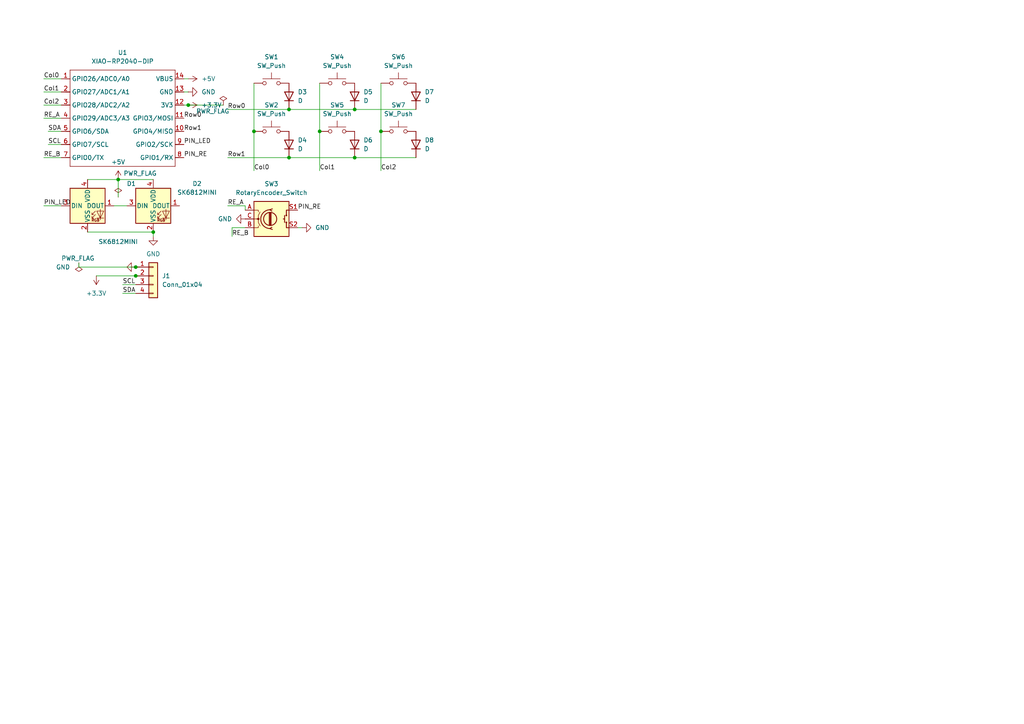
<source format=kicad_sch>
(kicad_sch
	(version 20250114)
	(generator "eeschema")
	(generator_version "9.0")
	(uuid "91f0b259-e73f-488e-b75e-2bf233f2c833")
	(paper "A4")
	(lib_symbols
		(symbol "Connector_Generic:Conn_01x04"
			(pin_names
				(offset 1.016)
				(hide yes)
			)
			(exclude_from_sim no)
			(in_bom yes)
			(on_board yes)
			(property "Reference" "J"
				(at 0 5.08 0)
				(effects
					(font
						(size 1.27 1.27)
					)
				)
			)
			(property "Value" "Conn_01x04"
				(at 0 -7.62 0)
				(effects
					(font
						(size 1.27 1.27)
					)
				)
			)
			(property "Footprint" ""
				(at 0 0 0)
				(effects
					(font
						(size 1.27 1.27)
					)
					(hide yes)
				)
			)
			(property "Datasheet" "~"
				(at 0 0 0)
				(effects
					(font
						(size 1.27 1.27)
					)
					(hide yes)
				)
			)
			(property "Description" "Generic connector, single row, 01x04, script generated (kicad-library-utils/schlib/autogen/connector/)"
				(at 0 0 0)
				(effects
					(font
						(size 1.27 1.27)
					)
					(hide yes)
				)
			)
			(property "ki_keywords" "connector"
				(at 0 0 0)
				(effects
					(font
						(size 1.27 1.27)
					)
					(hide yes)
				)
			)
			(property "ki_fp_filters" "Connector*:*_1x??_*"
				(at 0 0 0)
				(effects
					(font
						(size 1.27 1.27)
					)
					(hide yes)
				)
			)
			(symbol "Conn_01x04_1_1"
				(rectangle
					(start -1.27 3.81)
					(end 1.27 -6.35)
					(stroke
						(width 0.254)
						(type default)
					)
					(fill
						(type background)
					)
				)
				(rectangle
					(start -1.27 2.667)
					(end 0 2.413)
					(stroke
						(width 0.1524)
						(type default)
					)
					(fill
						(type none)
					)
				)
				(rectangle
					(start -1.27 0.127)
					(end 0 -0.127)
					(stroke
						(width 0.1524)
						(type default)
					)
					(fill
						(type none)
					)
				)
				(rectangle
					(start -1.27 -2.413)
					(end 0 -2.667)
					(stroke
						(width 0.1524)
						(type default)
					)
					(fill
						(type none)
					)
				)
				(rectangle
					(start -1.27 -4.953)
					(end 0 -5.207)
					(stroke
						(width 0.1524)
						(type default)
					)
					(fill
						(type none)
					)
				)
				(pin passive line
					(at -5.08 2.54 0)
					(length 3.81)
					(name "Pin_1"
						(effects
							(font
								(size 1.27 1.27)
							)
						)
					)
					(number "1"
						(effects
							(font
								(size 1.27 1.27)
							)
						)
					)
				)
				(pin passive line
					(at -5.08 0 0)
					(length 3.81)
					(name "Pin_2"
						(effects
							(font
								(size 1.27 1.27)
							)
						)
					)
					(number "2"
						(effects
							(font
								(size 1.27 1.27)
							)
						)
					)
				)
				(pin passive line
					(at -5.08 -2.54 0)
					(length 3.81)
					(name "Pin_3"
						(effects
							(font
								(size 1.27 1.27)
							)
						)
					)
					(number "3"
						(effects
							(font
								(size 1.27 1.27)
							)
						)
					)
				)
				(pin passive line
					(at -5.08 -5.08 0)
					(length 3.81)
					(name "Pin_4"
						(effects
							(font
								(size 1.27 1.27)
							)
						)
					)
					(number "4"
						(effects
							(font
								(size 1.27 1.27)
							)
						)
					)
				)
			)
			(embedded_fonts no)
		)
		(symbol "Device:D"
			(pin_numbers
				(hide yes)
			)
			(pin_names
				(offset 1.016)
				(hide yes)
			)
			(exclude_from_sim no)
			(in_bom yes)
			(on_board yes)
			(property "Reference" "D"
				(at 0 2.54 0)
				(effects
					(font
						(size 1.27 1.27)
					)
				)
			)
			(property "Value" "D"
				(at 0 -2.54 0)
				(effects
					(font
						(size 1.27 1.27)
					)
				)
			)
			(property "Footprint" ""
				(at 0 0 0)
				(effects
					(font
						(size 1.27 1.27)
					)
					(hide yes)
				)
			)
			(property "Datasheet" "~"
				(at 0 0 0)
				(effects
					(font
						(size 1.27 1.27)
					)
					(hide yes)
				)
			)
			(property "Description" "Diode"
				(at 0 0 0)
				(effects
					(font
						(size 1.27 1.27)
					)
					(hide yes)
				)
			)
			(property "Sim.Device" "D"
				(at 0 0 0)
				(effects
					(font
						(size 1.27 1.27)
					)
					(hide yes)
				)
			)
			(property "Sim.Pins" "1=K 2=A"
				(at 0 0 0)
				(effects
					(font
						(size 1.27 1.27)
					)
					(hide yes)
				)
			)
			(property "ki_keywords" "diode"
				(at 0 0 0)
				(effects
					(font
						(size 1.27 1.27)
					)
					(hide yes)
				)
			)
			(property "ki_fp_filters" "TO-???* *_Diode_* *SingleDiode* D_*"
				(at 0 0 0)
				(effects
					(font
						(size 1.27 1.27)
					)
					(hide yes)
				)
			)
			(symbol "D_0_1"
				(polyline
					(pts
						(xy -1.27 1.27) (xy -1.27 -1.27)
					)
					(stroke
						(width 0.254)
						(type default)
					)
					(fill
						(type none)
					)
				)
				(polyline
					(pts
						(xy 1.27 1.27) (xy 1.27 -1.27) (xy -1.27 0) (xy 1.27 1.27)
					)
					(stroke
						(width 0.254)
						(type default)
					)
					(fill
						(type none)
					)
				)
				(polyline
					(pts
						(xy 1.27 0) (xy -1.27 0)
					)
					(stroke
						(width 0)
						(type default)
					)
					(fill
						(type none)
					)
				)
			)
			(symbol "D_1_1"
				(pin passive line
					(at -3.81 0 0)
					(length 2.54)
					(name "K"
						(effects
							(font
								(size 1.27 1.27)
							)
						)
					)
					(number "1"
						(effects
							(font
								(size 1.27 1.27)
							)
						)
					)
				)
				(pin passive line
					(at 3.81 0 180)
					(length 2.54)
					(name "A"
						(effects
							(font
								(size 1.27 1.27)
							)
						)
					)
					(number "2"
						(effects
							(font
								(size 1.27 1.27)
							)
						)
					)
				)
			)
			(embedded_fonts no)
		)
		(symbol "Device:RotaryEncoder_Switch"
			(pin_names
				(offset 0.254)
				(hide yes)
			)
			(exclude_from_sim no)
			(in_bom yes)
			(on_board yes)
			(property "Reference" "SW"
				(at 0 6.604 0)
				(effects
					(font
						(size 1.27 1.27)
					)
				)
			)
			(property "Value" "RotaryEncoder_Switch"
				(at 0 -6.604 0)
				(effects
					(font
						(size 1.27 1.27)
					)
				)
			)
			(property "Footprint" ""
				(at -3.81 4.064 0)
				(effects
					(font
						(size 1.27 1.27)
					)
					(hide yes)
				)
			)
			(property "Datasheet" "~"
				(at 0 6.604 0)
				(effects
					(font
						(size 1.27 1.27)
					)
					(hide yes)
				)
			)
			(property "Description" "Rotary encoder, dual channel, incremental quadrate outputs, with switch"
				(at 0 0 0)
				(effects
					(font
						(size 1.27 1.27)
					)
					(hide yes)
				)
			)
			(property "ki_keywords" "rotary switch encoder switch push button"
				(at 0 0 0)
				(effects
					(font
						(size 1.27 1.27)
					)
					(hide yes)
				)
			)
			(property "ki_fp_filters" "RotaryEncoder*Switch*"
				(at 0 0 0)
				(effects
					(font
						(size 1.27 1.27)
					)
					(hide yes)
				)
			)
			(symbol "RotaryEncoder_Switch_0_1"
				(rectangle
					(start -5.08 5.08)
					(end 5.08 -5.08)
					(stroke
						(width 0.254)
						(type default)
					)
					(fill
						(type background)
					)
				)
				(polyline
					(pts
						(xy -5.08 2.54) (xy -3.81 2.54) (xy -3.81 2.032)
					)
					(stroke
						(width 0)
						(type default)
					)
					(fill
						(type none)
					)
				)
				(polyline
					(pts
						(xy -5.08 0) (xy -3.81 0) (xy -3.81 -1.016) (xy -3.302 -2.032)
					)
					(stroke
						(width 0)
						(type default)
					)
					(fill
						(type none)
					)
				)
				(polyline
					(pts
						(xy -5.08 -2.54) (xy -3.81 -2.54) (xy -3.81 -2.032)
					)
					(stroke
						(width 0)
						(type default)
					)
					(fill
						(type none)
					)
				)
				(polyline
					(pts
						(xy -4.318 0) (xy -3.81 0) (xy -3.81 1.016) (xy -3.302 2.032)
					)
					(stroke
						(width 0)
						(type default)
					)
					(fill
						(type none)
					)
				)
				(circle
					(center -3.81 0)
					(radius 0.254)
					(stroke
						(width 0)
						(type default)
					)
					(fill
						(type outline)
					)
				)
				(polyline
					(pts
						(xy -0.635 -1.778) (xy -0.635 1.778)
					)
					(stroke
						(width 0.254)
						(type default)
					)
					(fill
						(type none)
					)
				)
				(circle
					(center -0.381 0)
					(radius 1.905)
					(stroke
						(width 0.254)
						(type default)
					)
					(fill
						(type none)
					)
				)
				(polyline
					(pts
						(xy -0.381 -1.778) (xy -0.381 1.778)
					)
					(stroke
						(width 0.254)
						(type default)
					)
					(fill
						(type none)
					)
				)
				(arc
					(start -0.381 -2.794)
					(mid -3.0988 -0.0635)
					(end -0.381 2.667)
					(stroke
						(width 0.254)
						(type default)
					)
					(fill
						(type none)
					)
				)
				(polyline
					(pts
						(xy -0.127 1.778) (xy -0.127 -1.778)
					)
					(stroke
						(width 0.254)
						(type default)
					)
					(fill
						(type none)
					)
				)
				(polyline
					(pts
						(xy 0.254 2.921) (xy -0.508 2.667) (xy 0.127 2.286)
					)
					(stroke
						(width 0.254)
						(type default)
					)
					(fill
						(type none)
					)
				)
				(polyline
					(pts
						(xy 0.254 -3.048) (xy -0.508 -2.794) (xy 0.127 -2.413)
					)
					(stroke
						(width 0.254)
						(type default)
					)
					(fill
						(type none)
					)
				)
				(polyline
					(pts
						(xy 3.81 1.016) (xy 3.81 -1.016)
					)
					(stroke
						(width 0.254)
						(type default)
					)
					(fill
						(type none)
					)
				)
				(polyline
					(pts
						(xy 3.81 0) (xy 3.429 0)
					)
					(stroke
						(width 0.254)
						(type default)
					)
					(fill
						(type none)
					)
				)
				(circle
					(center 4.318 1.016)
					(radius 0.127)
					(stroke
						(width 0.254)
						(type default)
					)
					(fill
						(type none)
					)
				)
				(circle
					(center 4.318 -1.016)
					(radius 0.127)
					(stroke
						(width 0.254)
						(type default)
					)
					(fill
						(type none)
					)
				)
				(polyline
					(pts
						(xy 5.08 2.54) (xy 4.318 2.54) (xy 4.318 1.016)
					)
					(stroke
						(width 0.254)
						(type default)
					)
					(fill
						(type none)
					)
				)
				(polyline
					(pts
						(xy 5.08 -2.54) (xy 4.318 -2.54) (xy 4.318 -1.016)
					)
					(stroke
						(width 0.254)
						(type default)
					)
					(fill
						(type none)
					)
				)
			)
			(symbol "RotaryEncoder_Switch_1_1"
				(pin passive line
					(at -7.62 2.54 0)
					(length 2.54)
					(name "A"
						(effects
							(font
								(size 1.27 1.27)
							)
						)
					)
					(number "A"
						(effects
							(font
								(size 1.27 1.27)
							)
						)
					)
				)
				(pin passive line
					(at -7.62 0 0)
					(length 2.54)
					(name "C"
						(effects
							(font
								(size 1.27 1.27)
							)
						)
					)
					(number "C"
						(effects
							(font
								(size 1.27 1.27)
							)
						)
					)
				)
				(pin passive line
					(at -7.62 -2.54 0)
					(length 2.54)
					(name "B"
						(effects
							(font
								(size 1.27 1.27)
							)
						)
					)
					(number "B"
						(effects
							(font
								(size 1.27 1.27)
							)
						)
					)
				)
				(pin passive line
					(at 7.62 2.54 180)
					(length 2.54)
					(name "S1"
						(effects
							(font
								(size 1.27 1.27)
							)
						)
					)
					(number "S1"
						(effects
							(font
								(size 1.27 1.27)
							)
						)
					)
				)
				(pin passive line
					(at 7.62 -2.54 180)
					(length 2.54)
					(name "S2"
						(effects
							(font
								(size 1.27 1.27)
							)
						)
					)
					(number "S2"
						(effects
							(font
								(size 1.27 1.27)
							)
						)
					)
				)
			)
			(embedded_fonts no)
		)
		(symbol "LED:SK6812MINI"
			(pin_names
				(offset 0.254)
			)
			(exclude_from_sim no)
			(in_bom yes)
			(on_board yes)
			(property "Reference" "D"
				(at 5.08 5.715 0)
				(effects
					(font
						(size 1.27 1.27)
					)
					(justify right bottom)
				)
			)
			(property "Value" "SK6812MINI"
				(at 1.27 -5.715 0)
				(effects
					(font
						(size 1.27 1.27)
					)
					(justify left top)
				)
			)
			(property "Footprint" "LED_SMD:LED_SK6812MINI_PLCC4_3.5x3.5mm_P1.75mm"
				(at 1.27 -7.62 0)
				(effects
					(font
						(size 1.27 1.27)
					)
					(justify left top)
					(hide yes)
				)
			)
			(property "Datasheet" "https://cdn-shop.adafruit.com/product-files/2686/SK6812MINI_REV.01-1-2.pdf"
				(at 2.54 -9.525 0)
				(effects
					(font
						(size 1.27 1.27)
					)
					(justify left top)
					(hide yes)
				)
			)
			(property "Description" "RGB LED with integrated controller"
				(at 0 0 0)
				(effects
					(font
						(size 1.27 1.27)
					)
					(hide yes)
				)
			)
			(property "ki_keywords" "RGB LED NeoPixel Mini addressable"
				(at 0 0 0)
				(effects
					(font
						(size 1.27 1.27)
					)
					(hide yes)
				)
			)
			(property "ki_fp_filters" "LED*SK6812MINI*PLCC*3.5x3.5mm*P1.75mm*"
				(at 0 0 0)
				(effects
					(font
						(size 1.27 1.27)
					)
					(hide yes)
				)
			)
			(symbol "SK6812MINI_0_0"
				(text "RGB"
					(at 2.286 -4.191 0)
					(effects
						(font
							(size 0.762 0.762)
						)
					)
				)
			)
			(symbol "SK6812MINI_0_1"
				(polyline
					(pts
						(xy 1.27 -2.54) (xy 1.778 -2.54)
					)
					(stroke
						(width 0)
						(type default)
					)
					(fill
						(type none)
					)
				)
				(polyline
					(pts
						(xy 1.27 -3.556) (xy 1.778 -3.556)
					)
					(stroke
						(width 0)
						(type default)
					)
					(fill
						(type none)
					)
				)
				(polyline
					(pts
						(xy 2.286 -1.524) (xy 1.27 -2.54) (xy 1.27 -2.032)
					)
					(stroke
						(width 0)
						(type default)
					)
					(fill
						(type none)
					)
				)
				(polyline
					(pts
						(xy 2.286 -2.54) (xy 1.27 -3.556) (xy 1.27 -3.048)
					)
					(stroke
						(width 0)
						(type default)
					)
					(fill
						(type none)
					)
				)
				(polyline
					(pts
						(xy 3.683 -1.016) (xy 3.683 -3.556) (xy 3.683 -4.064)
					)
					(stroke
						(width 0)
						(type default)
					)
					(fill
						(type none)
					)
				)
				(polyline
					(pts
						(xy 4.699 -1.524) (xy 2.667 -1.524) (xy 3.683 -3.556) (xy 4.699 -1.524)
					)
					(stroke
						(width 0)
						(type default)
					)
					(fill
						(type none)
					)
				)
				(polyline
					(pts
						(xy 4.699 -3.556) (xy 2.667 -3.556)
					)
					(stroke
						(width 0)
						(type default)
					)
					(fill
						(type none)
					)
				)
				(rectangle
					(start 5.08 5.08)
					(end -5.08 -5.08)
					(stroke
						(width 0.254)
						(type default)
					)
					(fill
						(type background)
					)
				)
			)
			(symbol "SK6812MINI_1_1"
				(pin input line
					(at -7.62 0 0)
					(length 2.54)
					(name "DIN"
						(effects
							(font
								(size 1.27 1.27)
							)
						)
					)
					(number "3"
						(effects
							(font
								(size 1.27 1.27)
							)
						)
					)
				)
				(pin power_in line
					(at 0 7.62 270)
					(length 2.54)
					(name "VDD"
						(effects
							(font
								(size 1.27 1.27)
							)
						)
					)
					(number "4"
						(effects
							(font
								(size 1.27 1.27)
							)
						)
					)
				)
				(pin power_in line
					(at 0 -7.62 90)
					(length 2.54)
					(name "VSS"
						(effects
							(font
								(size 1.27 1.27)
							)
						)
					)
					(number "2"
						(effects
							(font
								(size 1.27 1.27)
							)
						)
					)
				)
				(pin output line
					(at 7.62 0 180)
					(length 2.54)
					(name "DOUT"
						(effects
							(font
								(size 1.27 1.27)
							)
						)
					)
					(number "1"
						(effects
							(font
								(size 1.27 1.27)
							)
						)
					)
				)
			)
			(embedded_fonts no)
		)
		(symbol "OPL Lib:XIAO-RP2040-DIP"
			(exclude_from_sim no)
			(in_bom yes)
			(on_board yes)
			(property "Reference" "U"
				(at 0 0 0)
				(effects
					(font
						(size 1.27 1.27)
					)
				)
			)
			(property "Value" "XIAO-RP2040-DIP"
				(at 5.334 -1.778 0)
				(effects
					(font
						(size 1.27 1.27)
					)
				)
			)
			(property "Footprint" "Module:MOUDLE14P-XIAO-DIP-SMD"
				(at 14.478 -32.258 0)
				(effects
					(font
						(size 1.27 1.27)
					)
					(hide yes)
				)
			)
			(property "Datasheet" ""
				(at 0 0 0)
				(effects
					(font
						(size 1.27 1.27)
					)
					(hide yes)
				)
			)
			(property "Description" ""
				(at 0 0 0)
				(effects
					(font
						(size 1.27 1.27)
					)
					(hide yes)
				)
			)
			(symbol "XIAO-RP2040-DIP_1_0"
				(polyline
					(pts
						(xy -1.27 -2.54) (xy 29.21 -2.54)
					)
					(stroke
						(width 0.1524)
						(type solid)
					)
					(fill
						(type none)
					)
				)
				(polyline
					(pts
						(xy -1.27 -5.08) (xy -2.54 -5.08)
					)
					(stroke
						(width 0.1524)
						(type solid)
					)
					(fill
						(type none)
					)
				)
				(polyline
					(pts
						(xy -1.27 -5.08) (xy -1.27 -2.54)
					)
					(stroke
						(width 0.1524)
						(type solid)
					)
					(fill
						(type none)
					)
				)
				(polyline
					(pts
						(xy -1.27 -8.89) (xy -2.54 -8.89)
					)
					(stroke
						(width 0.1524)
						(type solid)
					)
					(fill
						(type none)
					)
				)
				(polyline
					(pts
						(xy -1.27 -8.89) (xy -1.27 -5.08)
					)
					(stroke
						(width 0.1524)
						(type solid)
					)
					(fill
						(type none)
					)
				)
				(polyline
					(pts
						(xy -1.27 -12.7) (xy -2.54 -12.7)
					)
					(stroke
						(width 0.1524)
						(type solid)
					)
					(fill
						(type none)
					)
				)
				(polyline
					(pts
						(xy -1.27 -12.7) (xy -1.27 -8.89)
					)
					(stroke
						(width 0.1524)
						(type solid)
					)
					(fill
						(type none)
					)
				)
				(polyline
					(pts
						(xy -1.27 -16.51) (xy -2.54 -16.51)
					)
					(stroke
						(width 0.1524)
						(type solid)
					)
					(fill
						(type none)
					)
				)
				(polyline
					(pts
						(xy -1.27 -16.51) (xy -1.27 -12.7)
					)
					(stroke
						(width 0.1524)
						(type solid)
					)
					(fill
						(type none)
					)
				)
				(polyline
					(pts
						(xy -1.27 -20.32) (xy -2.54 -20.32)
					)
					(stroke
						(width 0.1524)
						(type solid)
					)
					(fill
						(type none)
					)
				)
				(polyline
					(pts
						(xy -1.27 -24.13) (xy -2.54 -24.13)
					)
					(stroke
						(width 0.1524)
						(type solid)
					)
					(fill
						(type none)
					)
				)
				(polyline
					(pts
						(xy -1.27 -27.94) (xy -2.54 -27.94)
					)
					(stroke
						(width 0.1524)
						(type solid)
					)
					(fill
						(type none)
					)
				)
				(polyline
					(pts
						(xy -1.27 -30.48) (xy -1.27 -16.51)
					)
					(stroke
						(width 0.1524)
						(type solid)
					)
					(fill
						(type none)
					)
				)
				(polyline
					(pts
						(xy 29.21 -2.54) (xy 29.21 -5.08)
					)
					(stroke
						(width 0.1524)
						(type solid)
					)
					(fill
						(type none)
					)
				)
				(polyline
					(pts
						(xy 29.21 -5.08) (xy 29.21 -8.89)
					)
					(stroke
						(width 0.1524)
						(type solid)
					)
					(fill
						(type none)
					)
				)
				(polyline
					(pts
						(xy 29.21 -8.89) (xy 29.21 -12.7)
					)
					(stroke
						(width 0.1524)
						(type solid)
					)
					(fill
						(type none)
					)
				)
				(polyline
					(pts
						(xy 29.21 -12.7) (xy 29.21 -30.48)
					)
					(stroke
						(width 0.1524)
						(type solid)
					)
					(fill
						(type none)
					)
				)
				(polyline
					(pts
						(xy 29.21 -30.48) (xy -1.27 -30.48)
					)
					(stroke
						(width 0.1524)
						(type solid)
					)
					(fill
						(type none)
					)
				)
				(polyline
					(pts
						(xy 30.48 -5.08) (xy 29.21 -5.08)
					)
					(stroke
						(width 0.1524)
						(type solid)
					)
					(fill
						(type none)
					)
				)
				(polyline
					(pts
						(xy 30.48 -8.89) (xy 29.21 -8.89)
					)
					(stroke
						(width 0.1524)
						(type solid)
					)
					(fill
						(type none)
					)
				)
				(polyline
					(pts
						(xy 30.48 -12.7) (xy 29.21 -12.7)
					)
					(stroke
						(width 0.1524)
						(type solid)
					)
					(fill
						(type none)
					)
				)
				(polyline
					(pts
						(xy 30.48 -16.51) (xy 29.21 -16.51)
					)
					(stroke
						(width 0.1524)
						(type solid)
					)
					(fill
						(type none)
					)
				)
				(polyline
					(pts
						(xy 30.48 -20.32) (xy 29.21 -20.32)
					)
					(stroke
						(width 0.1524)
						(type solid)
					)
					(fill
						(type none)
					)
				)
				(polyline
					(pts
						(xy 30.48 -24.13) (xy 29.21 -24.13)
					)
					(stroke
						(width 0.1524)
						(type solid)
					)
					(fill
						(type none)
					)
				)
				(polyline
					(pts
						(xy 30.48 -27.94) (xy 29.21 -27.94)
					)
					(stroke
						(width 0.1524)
						(type solid)
					)
					(fill
						(type none)
					)
				)
				(pin passive line
					(at -3.81 -5.08 0)
					(length 2.54)
					(name "GPIO26/ADC0/A0"
						(effects
							(font
								(size 1.27 1.27)
							)
						)
					)
					(number "1"
						(effects
							(font
								(size 1.27 1.27)
							)
						)
					)
				)
				(pin passive line
					(at -3.81 -8.89 0)
					(length 2.54)
					(name "GPIO27/ADC1/A1"
						(effects
							(font
								(size 1.27 1.27)
							)
						)
					)
					(number "2"
						(effects
							(font
								(size 1.27 1.27)
							)
						)
					)
				)
				(pin passive line
					(at -3.81 -12.7 0)
					(length 2.54)
					(name "GPIO28/ADC2/A2"
						(effects
							(font
								(size 1.27 1.27)
							)
						)
					)
					(number "3"
						(effects
							(font
								(size 1.27 1.27)
							)
						)
					)
				)
				(pin passive line
					(at -3.81 -16.51 0)
					(length 2.54)
					(name "GPIO29/ADC3/A3"
						(effects
							(font
								(size 1.27 1.27)
							)
						)
					)
					(number "4"
						(effects
							(font
								(size 1.27 1.27)
							)
						)
					)
				)
				(pin passive line
					(at -3.81 -20.32 0)
					(length 2.54)
					(name "GPIO6/SDA"
						(effects
							(font
								(size 1.27 1.27)
							)
						)
					)
					(number "5"
						(effects
							(font
								(size 1.27 1.27)
							)
						)
					)
				)
				(pin passive line
					(at -3.81 -24.13 0)
					(length 2.54)
					(name "GPIO7/SCL"
						(effects
							(font
								(size 1.27 1.27)
							)
						)
					)
					(number "6"
						(effects
							(font
								(size 1.27 1.27)
							)
						)
					)
				)
				(pin passive line
					(at -3.81 -27.94 0)
					(length 2.54)
					(name "GPIO0/TX"
						(effects
							(font
								(size 1.27 1.27)
							)
						)
					)
					(number "7"
						(effects
							(font
								(size 1.27 1.27)
							)
						)
					)
				)
				(pin passive line
					(at 31.75 -5.08 180)
					(length 2.54)
					(name "VBUS"
						(effects
							(font
								(size 1.27 1.27)
							)
						)
					)
					(number "14"
						(effects
							(font
								(size 1.27 1.27)
							)
						)
					)
				)
				(pin passive line
					(at 31.75 -8.89 180)
					(length 2.54)
					(name "GND"
						(effects
							(font
								(size 1.27 1.27)
							)
						)
					)
					(number "13"
						(effects
							(font
								(size 1.27 1.27)
							)
						)
					)
				)
				(pin passive line
					(at 31.75 -12.7 180)
					(length 2.54)
					(name "3V3"
						(effects
							(font
								(size 1.27 1.27)
							)
						)
					)
					(number "12"
						(effects
							(font
								(size 1.27 1.27)
							)
						)
					)
				)
				(pin passive line
					(at 31.75 -16.51 180)
					(length 2.54)
					(name "GPIO3/MOSI"
						(effects
							(font
								(size 1.27 1.27)
							)
						)
					)
					(number "11"
						(effects
							(font
								(size 1.27 1.27)
							)
						)
					)
				)
				(pin passive line
					(at 31.75 -20.32 180)
					(length 2.54)
					(name "GPIO4/MISO"
						(effects
							(font
								(size 1.27 1.27)
							)
						)
					)
					(number "10"
						(effects
							(font
								(size 1.27 1.27)
							)
						)
					)
				)
				(pin passive line
					(at 31.75 -24.13 180)
					(length 2.54)
					(name "GPIO2/SCK"
						(effects
							(font
								(size 1.27 1.27)
							)
						)
					)
					(number "9"
						(effects
							(font
								(size 1.27 1.27)
							)
						)
					)
				)
				(pin passive line
					(at 31.75 -27.94 180)
					(length 2.54)
					(name "GPIO1/RX"
						(effects
							(font
								(size 1.27 1.27)
							)
						)
					)
					(number "8"
						(effects
							(font
								(size 1.27 1.27)
							)
						)
					)
				)
			)
			(embedded_fonts no)
		)
		(symbol "Switch:SW_Push"
			(pin_numbers
				(hide yes)
			)
			(pin_names
				(offset 1.016)
				(hide yes)
			)
			(exclude_from_sim no)
			(in_bom yes)
			(on_board yes)
			(property "Reference" "SW"
				(at 1.27 2.54 0)
				(effects
					(font
						(size 1.27 1.27)
					)
					(justify left)
				)
			)
			(property "Value" "SW_Push"
				(at 0 -1.524 0)
				(effects
					(font
						(size 1.27 1.27)
					)
				)
			)
			(property "Footprint" ""
				(at 0 5.08 0)
				(effects
					(font
						(size 1.27 1.27)
					)
					(hide yes)
				)
			)
			(property "Datasheet" "~"
				(at 0 5.08 0)
				(effects
					(font
						(size 1.27 1.27)
					)
					(hide yes)
				)
			)
			(property "Description" "Push button switch, generic, two pins"
				(at 0 0 0)
				(effects
					(font
						(size 1.27 1.27)
					)
					(hide yes)
				)
			)
			(property "ki_keywords" "switch normally-open pushbutton push-button"
				(at 0 0 0)
				(effects
					(font
						(size 1.27 1.27)
					)
					(hide yes)
				)
			)
			(symbol "SW_Push_0_1"
				(circle
					(center -2.032 0)
					(radius 0.508)
					(stroke
						(width 0)
						(type default)
					)
					(fill
						(type none)
					)
				)
				(polyline
					(pts
						(xy 0 1.27) (xy 0 3.048)
					)
					(stroke
						(width 0)
						(type default)
					)
					(fill
						(type none)
					)
				)
				(circle
					(center 2.032 0)
					(radius 0.508)
					(stroke
						(width 0)
						(type default)
					)
					(fill
						(type none)
					)
				)
				(polyline
					(pts
						(xy 2.54 1.27) (xy -2.54 1.27)
					)
					(stroke
						(width 0)
						(type default)
					)
					(fill
						(type none)
					)
				)
				(pin passive line
					(at -5.08 0 0)
					(length 2.54)
					(name "1"
						(effects
							(font
								(size 1.27 1.27)
							)
						)
					)
					(number "1"
						(effects
							(font
								(size 1.27 1.27)
							)
						)
					)
				)
				(pin passive line
					(at 5.08 0 180)
					(length 2.54)
					(name "2"
						(effects
							(font
								(size 1.27 1.27)
							)
						)
					)
					(number "2"
						(effects
							(font
								(size 1.27 1.27)
							)
						)
					)
				)
			)
			(embedded_fonts no)
		)
		(symbol "power:+3.3V"
			(power)
			(pin_numbers
				(hide yes)
			)
			(pin_names
				(offset 0)
				(hide yes)
			)
			(exclude_from_sim no)
			(in_bom yes)
			(on_board yes)
			(property "Reference" "#PWR"
				(at 0 -3.81 0)
				(effects
					(font
						(size 1.27 1.27)
					)
					(hide yes)
				)
			)
			(property "Value" "+3.3V"
				(at 0 3.556 0)
				(effects
					(font
						(size 1.27 1.27)
					)
				)
			)
			(property "Footprint" ""
				(at 0 0 0)
				(effects
					(font
						(size 1.27 1.27)
					)
					(hide yes)
				)
			)
			(property "Datasheet" ""
				(at 0 0 0)
				(effects
					(font
						(size 1.27 1.27)
					)
					(hide yes)
				)
			)
			(property "Description" "Power symbol creates a global label with name \"+3.3V\""
				(at 0 0 0)
				(effects
					(font
						(size 1.27 1.27)
					)
					(hide yes)
				)
			)
			(property "ki_keywords" "global power"
				(at 0 0 0)
				(effects
					(font
						(size 1.27 1.27)
					)
					(hide yes)
				)
			)
			(symbol "+3.3V_0_1"
				(polyline
					(pts
						(xy -0.762 1.27) (xy 0 2.54)
					)
					(stroke
						(width 0)
						(type default)
					)
					(fill
						(type none)
					)
				)
				(polyline
					(pts
						(xy 0 2.54) (xy 0.762 1.27)
					)
					(stroke
						(width 0)
						(type default)
					)
					(fill
						(type none)
					)
				)
				(polyline
					(pts
						(xy 0 0) (xy 0 2.54)
					)
					(stroke
						(width 0)
						(type default)
					)
					(fill
						(type none)
					)
				)
			)
			(symbol "+3.3V_1_1"
				(pin power_in line
					(at 0 0 90)
					(length 0)
					(name "~"
						(effects
							(font
								(size 1.27 1.27)
							)
						)
					)
					(number "1"
						(effects
							(font
								(size 1.27 1.27)
							)
						)
					)
				)
			)
			(embedded_fonts no)
		)
		(symbol "power:+5V"
			(power)
			(pin_numbers
				(hide yes)
			)
			(pin_names
				(offset 0)
				(hide yes)
			)
			(exclude_from_sim no)
			(in_bom yes)
			(on_board yes)
			(property "Reference" "#PWR"
				(at 0 -3.81 0)
				(effects
					(font
						(size 1.27 1.27)
					)
					(hide yes)
				)
			)
			(property "Value" "+5V"
				(at 0 3.556 0)
				(effects
					(font
						(size 1.27 1.27)
					)
				)
			)
			(property "Footprint" ""
				(at 0 0 0)
				(effects
					(font
						(size 1.27 1.27)
					)
					(hide yes)
				)
			)
			(property "Datasheet" ""
				(at 0 0 0)
				(effects
					(font
						(size 1.27 1.27)
					)
					(hide yes)
				)
			)
			(property "Description" "Power symbol creates a global label with name \"+5V\""
				(at 0 0 0)
				(effects
					(font
						(size 1.27 1.27)
					)
					(hide yes)
				)
			)
			(property "ki_keywords" "global power"
				(at 0 0 0)
				(effects
					(font
						(size 1.27 1.27)
					)
					(hide yes)
				)
			)
			(symbol "+5V_0_1"
				(polyline
					(pts
						(xy -0.762 1.27) (xy 0 2.54)
					)
					(stroke
						(width 0)
						(type default)
					)
					(fill
						(type none)
					)
				)
				(polyline
					(pts
						(xy 0 2.54) (xy 0.762 1.27)
					)
					(stroke
						(width 0)
						(type default)
					)
					(fill
						(type none)
					)
				)
				(polyline
					(pts
						(xy 0 0) (xy 0 2.54)
					)
					(stroke
						(width 0)
						(type default)
					)
					(fill
						(type none)
					)
				)
			)
			(symbol "+5V_1_1"
				(pin power_in line
					(at 0 0 90)
					(length 0)
					(name "~"
						(effects
							(font
								(size 1.27 1.27)
							)
						)
					)
					(number "1"
						(effects
							(font
								(size 1.27 1.27)
							)
						)
					)
				)
			)
			(embedded_fonts no)
		)
		(symbol "power:GND"
			(power)
			(pin_numbers
				(hide yes)
			)
			(pin_names
				(offset 0)
				(hide yes)
			)
			(exclude_from_sim no)
			(in_bom yes)
			(on_board yes)
			(property "Reference" "#PWR"
				(at 0 -6.35 0)
				(effects
					(font
						(size 1.27 1.27)
					)
					(hide yes)
				)
			)
			(property "Value" "GND"
				(at 0 -3.81 0)
				(effects
					(font
						(size 1.27 1.27)
					)
				)
			)
			(property "Footprint" ""
				(at 0 0 0)
				(effects
					(font
						(size 1.27 1.27)
					)
					(hide yes)
				)
			)
			(property "Datasheet" ""
				(at 0 0 0)
				(effects
					(font
						(size 1.27 1.27)
					)
					(hide yes)
				)
			)
			(property "Description" "Power symbol creates a global label with name \"GND\" , ground"
				(at 0 0 0)
				(effects
					(font
						(size 1.27 1.27)
					)
					(hide yes)
				)
			)
			(property "ki_keywords" "global power"
				(at 0 0 0)
				(effects
					(font
						(size 1.27 1.27)
					)
					(hide yes)
				)
			)
			(symbol "GND_0_1"
				(polyline
					(pts
						(xy 0 0) (xy 0 -1.27) (xy 1.27 -1.27) (xy 0 -2.54) (xy -1.27 -1.27) (xy 0 -1.27)
					)
					(stroke
						(width 0)
						(type default)
					)
					(fill
						(type none)
					)
				)
			)
			(symbol "GND_1_1"
				(pin power_in line
					(at 0 0 270)
					(length 0)
					(name "~"
						(effects
							(font
								(size 1.27 1.27)
							)
						)
					)
					(number "1"
						(effects
							(font
								(size 1.27 1.27)
							)
						)
					)
				)
			)
			(embedded_fonts no)
		)
		(symbol "power:PWR_FLAG"
			(power)
			(pin_numbers
				(hide yes)
			)
			(pin_names
				(offset 0)
				(hide yes)
			)
			(exclude_from_sim no)
			(in_bom yes)
			(on_board yes)
			(property "Reference" "#FLG"
				(at 0 1.905 0)
				(effects
					(font
						(size 1.27 1.27)
					)
					(hide yes)
				)
			)
			(property "Value" "PWR_FLAG"
				(at 0 3.81 0)
				(effects
					(font
						(size 1.27 1.27)
					)
				)
			)
			(property "Footprint" ""
				(at 0 0 0)
				(effects
					(font
						(size 1.27 1.27)
					)
					(hide yes)
				)
			)
			(property "Datasheet" "~"
				(at 0 0 0)
				(effects
					(font
						(size 1.27 1.27)
					)
					(hide yes)
				)
			)
			(property "Description" "Special symbol for telling ERC where power comes from"
				(at 0 0 0)
				(effects
					(font
						(size 1.27 1.27)
					)
					(hide yes)
				)
			)
			(property "ki_keywords" "flag power"
				(at 0 0 0)
				(effects
					(font
						(size 1.27 1.27)
					)
					(hide yes)
				)
			)
			(symbol "PWR_FLAG_0_0"
				(pin power_out line
					(at 0 0 90)
					(length 0)
					(name "~"
						(effects
							(font
								(size 1.27 1.27)
							)
						)
					)
					(number "1"
						(effects
							(font
								(size 1.27 1.27)
							)
						)
					)
				)
			)
			(symbol "PWR_FLAG_0_1"
				(polyline
					(pts
						(xy 0 0) (xy 0 1.27) (xy -1.016 1.905) (xy 0 2.54) (xy 1.016 1.905) (xy 0 1.27)
					)
					(stroke
						(width 0)
						(type default)
					)
					(fill
						(type none)
					)
				)
			)
			(embedded_fonts no)
		)
	)
	(junction
		(at 39.37 77.47)
		(diameter 0)
		(color 0 0 0 0)
		(uuid "11665234-ceff-4d20-bd66-62d160fce53b")
	)
	(junction
		(at 83.82 45.72)
		(diameter 0)
		(color 0 0 0 0)
		(uuid "2e9e8b7f-f83f-47d9-9e08-3ec29ac276de")
	)
	(junction
		(at 92.71 38.1)
		(diameter 0)
		(color 0 0 0 0)
		(uuid "33083e17-856c-4e57-bcfb-04c367a7ad7f")
	)
	(junction
		(at 102.87 31.75)
		(diameter 0)
		(color 0 0 0 0)
		(uuid "40d65509-70b1-47ae-a7cf-ba8dea756fde")
	)
	(junction
		(at 73.66 38.1)
		(diameter 0)
		(color 0 0 0 0)
		(uuid "41090a84-6153-4212-9dd7-528241670657")
	)
	(junction
		(at 83.82 31.75)
		(diameter 0)
		(color 0 0 0 0)
		(uuid "5370ce76-f905-4471-aaab-e51365948b33")
	)
	(junction
		(at 34.29 52.07)
		(diameter 0)
		(color 0 0 0 0)
		(uuid "61df5c36-6326-4f63-af12-3a0329a43858")
	)
	(junction
		(at 110.49 38.1)
		(diameter 0)
		(color 0 0 0 0)
		(uuid "aa05b6d8-bdca-4b67-a87b-f2913508e742")
	)
	(junction
		(at 39.37 80.01)
		(diameter 0)
		(color 0 0 0 0)
		(uuid "c5a3ccf0-5820-4818-9d50-59e763f5745a")
	)
	(junction
		(at 54.61 30.48)
		(diameter 0)
		(color 0 0 0 0)
		(uuid "edb6c676-b82d-41ca-97b2-349350ab3d61")
	)
	(junction
		(at 102.87 45.72)
		(diameter 0)
		(color 0 0 0 0)
		(uuid "f0a144e8-8956-4fbc-856a-b19aab9d1331")
	)
	(junction
		(at 44.45 67.31)
		(diameter 0)
		(color 0 0 0 0)
		(uuid "f16e6405-6d88-46a3-98e1-5493e3f08209")
	)
	(wire
		(pts
			(xy 33.02 59.69) (xy 36.83 59.69)
		)
		(stroke
			(width 0)
			(type default)
		)
		(uuid "0f62f77f-daf9-46e0-902b-0f766697a7dd")
	)
	(wire
		(pts
			(xy 34.29 52.07) (xy 34.29 57.15)
		)
		(stroke
			(width 0)
			(type default)
		)
		(uuid "1795d5ea-f26d-4187-96d3-e05fb9aaec8e")
	)
	(wire
		(pts
			(xy 34.29 52.07) (xy 44.45 52.07)
		)
		(stroke
			(width 0)
			(type default)
		)
		(uuid "1a8b81cb-1783-412c-a285-8ae2a9a8ea68")
	)
	(wire
		(pts
			(xy 92.71 24.13) (xy 92.71 38.1)
		)
		(stroke
			(width 0)
			(type default)
		)
		(uuid "1c585d57-b203-4ec4-8de1-89cc7f7eba98")
	)
	(wire
		(pts
			(xy 53.34 22.86) (xy 54.61 22.86)
		)
		(stroke
			(width 0)
			(type default)
		)
		(uuid "1cc6717b-a17d-4244-93b8-149629b8ff20")
	)
	(wire
		(pts
			(xy 54.61 30.48) (xy 64.77 30.48)
		)
		(stroke
			(width 0)
			(type default)
		)
		(uuid "27010b3d-1772-416c-b660-109a0d46f3ad")
	)
	(wire
		(pts
			(xy 83.82 31.75) (xy 102.87 31.75)
		)
		(stroke
			(width 0)
			(type default)
		)
		(uuid "2ce1736a-0255-448e-96b6-afad54805a62")
	)
	(wire
		(pts
			(xy 39.37 77.47) (xy 40.64 77.47)
		)
		(stroke
			(width 0)
			(type default)
		)
		(uuid "2f2ea9c8-7bd9-47d7-ab2d-557787d7f498")
	)
	(wire
		(pts
			(xy 12.7 26.67) (xy 17.78 26.67)
		)
		(stroke
			(width 0)
			(type default)
		)
		(uuid "36dc2f89-c53a-4e9f-85b4-22c6cad75e3d")
	)
	(wire
		(pts
			(xy 17.78 59.69) (xy 12.7 59.69)
		)
		(stroke
			(width 0)
			(type default)
		)
		(uuid "380659e0-fdad-4e68-9226-b430dd73dd82")
	)
	(wire
		(pts
			(xy 12.7 34.29) (xy 17.78 34.29)
		)
		(stroke
			(width 0)
			(type default)
		)
		(uuid "400920cb-2568-4cee-abb0-a81530b562f4")
	)
	(wire
		(pts
			(xy 53.34 30.48) (xy 54.61 30.48)
		)
		(stroke
			(width 0)
			(type default)
		)
		(uuid "47197238-2f50-4191-9118-19c6de5d7ebe")
	)
	(wire
		(pts
			(xy 73.66 24.13) (xy 73.66 38.1)
		)
		(stroke
			(width 0)
			(type default)
		)
		(uuid "4736999d-951f-4b95-925f-af9918570719")
	)
	(wire
		(pts
			(xy 87.63 66.04) (xy 86.36 66.04)
		)
		(stroke
			(width 0)
			(type default)
		)
		(uuid "479083bb-f12e-468c-a42d-b2235bca7668")
	)
	(wire
		(pts
			(xy 39.37 80.01) (xy 40.64 80.01)
		)
		(stroke
			(width 0)
			(type default)
		)
		(uuid "4e747a7f-b1c8-455b-ad1d-bf246dcf4c5c")
	)
	(wire
		(pts
			(xy 110.49 38.1) (xy 110.49 49.53)
		)
		(stroke
			(width 0)
			(type default)
		)
		(uuid "4e87f592-75ed-49d5-a017-bbb853cc165d")
	)
	(wire
		(pts
			(xy 27.94 80.01) (xy 39.37 80.01)
		)
		(stroke
			(width 0)
			(type default)
		)
		(uuid "684a7d80-d718-4637-aacf-11bc9d6fcb63")
	)
	(wire
		(pts
			(xy 35.56 82.55) (xy 39.37 82.55)
		)
		(stroke
			(width 0)
			(type default)
		)
		(uuid "6a230114-32d3-4933-9896-8d3f0e99a31a")
	)
	(wire
		(pts
			(xy 66.04 31.75) (xy 83.82 31.75)
		)
		(stroke
			(width 0)
			(type default)
		)
		(uuid "6d7db4f0-ac56-480c-8b0d-5bc2e2ef027e")
	)
	(wire
		(pts
			(xy 73.66 38.1) (xy 73.66 49.53)
		)
		(stroke
			(width 0)
			(type default)
		)
		(uuid "6fa7b9b4-fe15-4e81-8bc5-f2a4f0e498bc")
	)
	(wire
		(pts
			(xy 13.97 41.91) (xy 17.78 41.91)
		)
		(stroke
			(width 0)
			(type default)
		)
		(uuid "70c74f70-1fae-43e5-abef-581c13c2b349")
	)
	(wire
		(pts
			(xy 102.87 31.75) (xy 120.65 31.75)
		)
		(stroke
			(width 0)
			(type default)
		)
		(uuid "7686f81a-a9c1-447d-9214-0b12d5a8c7b2")
	)
	(wire
		(pts
			(xy 35.56 85.09) (xy 39.37 85.09)
		)
		(stroke
			(width 0)
			(type default)
		)
		(uuid "791ac6bd-6c87-41ba-9e45-7b2c173ff88c")
	)
	(wire
		(pts
			(xy 12.7 22.86) (xy 17.78 22.86)
		)
		(stroke
			(width 0)
			(type default)
		)
		(uuid "7b0456de-773a-4be9-a072-24ba501468f9")
	)
	(wire
		(pts
			(xy 67.31 68.58) (xy 67.31 66.04)
		)
		(stroke
			(width 0)
			(type default)
		)
		(uuid "9ccf6947-a79f-48a6-bcbe-385f1b8183c5")
	)
	(wire
		(pts
			(xy 92.71 38.1) (xy 92.71 49.53)
		)
		(stroke
			(width 0)
			(type default)
		)
		(uuid "9e216d8c-4d0d-4fee-b97a-4b31ff8e044b")
	)
	(wire
		(pts
			(xy 22.86 77.47) (xy 22.86 76.2)
		)
		(stroke
			(width 0)
			(type default)
		)
		(uuid "ac264059-6964-4258-a9c8-08a62c724890")
	)
	(wire
		(pts
			(xy 83.82 45.72) (xy 102.87 45.72)
		)
		(stroke
			(width 0)
			(type default)
		)
		(uuid "b0c6b49a-9875-4edb-ba49-9c2500d690a2")
	)
	(wire
		(pts
			(xy 102.87 45.72) (xy 120.65 45.72)
		)
		(stroke
			(width 0)
			(type default)
		)
		(uuid "b0dabe73-009b-4764-ae15-de2cecd5ab9d")
	)
	(wire
		(pts
			(xy 66.04 45.72) (xy 83.82 45.72)
		)
		(stroke
			(width 0)
			(type default)
		)
		(uuid "b4475941-6add-44bd-af36-0d085c68befd")
	)
	(wire
		(pts
			(xy 13.97 38.1) (xy 17.78 38.1)
		)
		(stroke
			(width 0)
			(type default)
		)
		(uuid "c4e7c43f-0650-483c-b6f0-02d827b97e6b")
	)
	(wire
		(pts
			(xy 66.04 59.69) (xy 71.12 59.69)
		)
		(stroke
			(width 0)
			(type default)
		)
		(uuid "c95d510f-1b2e-43e8-8a09-e6f7653670f5")
	)
	(wire
		(pts
			(xy 12.7 45.72) (xy 17.78 45.72)
		)
		(stroke
			(width 0)
			(type default)
		)
		(uuid "c9ed6ee9-a0fd-47da-b07e-dedd097f0951")
	)
	(wire
		(pts
			(xy 22.86 77.47) (xy 39.37 77.47)
		)
		(stroke
			(width 0)
			(type default)
		)
		(uuid "cf132c2a-8222-4e83-8c79-a3e28c22fac0")
	)
	(wire
		(pts
			(xy 25.4 67.31) (xy 44.45 67.31)
		)
		(stroke
			(width 0)
			(type default)
		)
		(uuid "d80d5ff9-cc12-4378-8617-190b9fc85b0a")
	)
	(wire
		(pts
			(xy 67.31 66.04) (xy 71.12 66.04)
		)
		(stroke
			(width 0)
			(type default)
		)
		(uuid "d9f95b45-629d-4ab2-b613-3f8e291e9019")
	)
	(wire
		(pts
			(xy 44.45 67.31) (xy 44.45 68.58)
		)
		(stroke
			(width 0)
			(type default)
		)
		(uuid "dbc4fd7b-749c-48b3-ac2a-da84cac9e3be")
	)
	(wire
		(pts
			(xy 12.7 30.48) (xy 17.78 30.48)
		)
		(stroke
			(width 0)
			(type default)
		)
		(uuid "e7391daa-a8b5-48bb-bc2f-358a17ec24df")
	)
	(wire
		(pts
			(xy 53.34 26.67) (xy 54.61 26.67)
		)
		(stroke
			(width 0)
			(type default)
		)
		(uuid "e80aeff0-2c04-490f-81be-e8a0bdaae937")
	)
	(wire
		(pts
			(xy 110.49 24.13) (xy 110.49 38.1)
		)
		(stroke
			(width 0)
			(type default)
		)
		(uuid "ed925945-e3de-4aa5-912a-2b1dbe7b6c12")
	)
	(wire
		(pts
			(xy 25.4 52.07) (xy 34.29 52.07)
		)
		(stroke
			(width 0)
			(type default)
		)
		(uuid "f3b4f90f-e693-4822-990d-2d80c033b247")
	)
	(wire
		(pts
			(xy 71.12 59.69) (xy 71.12 60.96)
		)
		(stroke
			(width 0)
			(type default)
		)
		(uuid "ff3ccb54-22ac-49a9-91fd-9e87290b0c7f")
	)
	(label "SDA"
		(at 35.56 85.09 0)
		(effects
			(font
				(size 1.27 1.27)
			)
			(justify left bottom)
		)
		(uuid "110e3617-b019-4e54-863c-5ba24957f073")
	)
	(label "Row1"
		(at 53.34 38.1 0)
		(effects
			(font
				(size 1.27 1.27)
			)
			(justify left bottom)
		)
		(uuid "2a2b06fd-bd34-4617-9edd-618a11f83803")
	)
	(label "SCL"
		(at 13.97 41.91 0)
		(effects
			(font
				(size 1.27 1.27)
			)
			(justify left bottom)
		)
		(uuid "2ab1a466-e2be-4e57-8856-32625633aea5")
	)
	(label "Col2"
		(at 110.49 49.53 0)
		(effects
			(font
				(size 1.27 1.27)
			)
			(justify left bottom)
		)
		(uuid "3f6a125b-ff65-4522-ad72-d2ffb6c03e49")
	)
	(label "RE_B"
		(at 12.7 45.72 0)
		(effects
			(font
				(size 1.27 1.27)
			)
			(justify left bottom)
		)
		(uuid "4d3f55af-21dd-4544-bf4e-121c54e5b43c")
	)
	(label "Col0"
		(at 73.66 49.53 0)
		(effects
			(font
				(size 1.27 1.27)
			)
			(justify left bottom)
		)
		(uuid "65bf0440-a78b-425c-b6c1-5d134fee195e")
	)
	(label "RE_B"
		(at 67.31 68.58 0)
		(effects
			(font
				(size 1.27 1.27)
			)
			(justify left bottom)
		)
		(uuid "68598e3e-7f96-4130-8328-2619f77986f2")
	)
	(label "Row0"
		(at 53.34 34.29 0)
		(effects
			(font
				(size 1.27 1.27)
			)
			(justify left bottom)
		)
		(uuid "6c61343a-c264-4835-83cc-1a24d36e2b0b")
	)
	(label "SCL"
		(at 35.56 82.55 0)
		(effects
			(font
				(size 1.27 1.27)
			)
			(justify left bottom)
		)
		(uuid "702a9724-0ccf-4d33-9086-62a3c8213fb6")
	)
	(label "Col1"
		(at 92.71 49.53 0)
		(effects
			(font
				(size 1.27 1.27)
			)
			(justify left bottom)
		)
		(uuid "86975487-bd49-4fde-a7d4-53a8268330e6")
	)
	(label "PIN_LED"
		(at 12.7 59.69 0)
		(effects
			(font
				(size 1.27 1.27)
			)
			(justify left bottom)
		)
		(uuid "87a6bb2a-9661-456a-92ea-58d5739450b6")
	)
	(label "PIN_RE"
		(at 53.34 45.72 0)
		(effects
			(font
				(size 1.27 1.27)
			)
			(justify left bottom)
		)
		(uuid "99398993-00d5-454a-96b9-3f45c8460a68")
	)
	(label "Col1"
		(at 12.7 26.67 0)
		(effects
			(font
				(size 1.27 1.27)
			)
			(justify left bottom)
		)
		(uuid "9dba3281-4905-4741-9532-c7ec54ff3917")
	)
	(label "Row1"
		(at 66.04 45.72 0)
		(effects
			(font
				(size 1.27 1.27)
			)
			(justify left bottom)
		)
		(uuid "a4169371-7097-4f20-9806-39e149ad29ed")
	)
	(label "SDA"
		(at 13.97 38.1 0)
		(effects
			(font
				(size 1.27 1.27)
			)
			(justify left bottom)
		)
		(uuid "a7c926c4-e565-43db-b317-cd3603b2f078")
	)
	(label "PIN_RE"
		(at 86.36 60.96 0)
		(effects
			(font
				(size 1.27 1.27)
			)
			(justify left bottom)
		)
		(uuid "b326f0fa-f216-41cf-8d3a-b3e159e4c351")
	)
	(label "Col2"
		(at 12.7 30.48 0)
		(effects
			(font
				(size 1.27 1.27)
			)
			(justify left bottom)
		)
		(uuid "b97b72ac-8cfa-4368-8c4b-8ecb7b9a46e6")
	)
	(label "RE_A"
		(at 66.04 59.69 0)
		(effects
			(font
				(size 1.27 1.27)
			)
			(justify left bottom)
		)
		(uuid "be082f94-dc42-4445-b124-adbebf413abc")
	)
	(label "RE_A"
		(at 12.7 34.29 0)
		(effects
			(font
				(size 1.27 1.27)
			)
			(justify left bottom)
		)
		(uuid "ef87cd7e-9281-4c69-9e94-c4f85258d816")
	)
	(label "PIN_LED"
		(at 53.34 41.91 0)
		(effects
			(font
				(size 1.27 1.27)
			)
			(justify left bottom)
		)
		(uuid "f9565519-bc92-4873-a8a8-533797f48127")
	)
	(label "Col0"
		(at 12.7 22.86 0)
		(effects
			(font
				(size 1.27 1.27)
			)
			(justify left bottom)
		)
		(uuid "fc1b690a-4091-48e5-bb0c-7f8a3627f5f5")
	)
	(label "Row0"
		(at 66.04 31.75 0)
		(effects
			(font
				(size 1.27 1.27)
			)
			(justify left bottom)
		)
		(uuid "fe60cdd2-06de-46d9-b440-5ecc890c6a52")
	)
	(symbol
		(lib_id "power:GND")
		(at 54.61 26.67 90)
		(unit 1)
		(exclude_from_sim no)
		(in_bom yes)
		(on_board yes)
		(dnp no)
		(fields_autoplaced yes)
		(uuid "0062889a-b0b6-4462-bbc2-730bb04b1afd")
		(property "Reference" "#PWR06"
			(at 60.96 26.67 0)
			(effects
				(font
					(size 1.27 1.27)
				)
				(hide yes)
			)
		)
		(property "Value" "GND"
			(at 58.42 26.6699 90)
			(effects
				(font
					(size 1.27 1.27)
				)
				(justify right)
			)
		)
		(property "Footprint" ""
			(at 54.61 26.67 0)
			(effects
				(font
					(size 1.27 1.27)
				)
				(hide yes)
			)
		)
		(property "Datasheet" ""
			(at 54.61 26.67 0)
			(effects
				(font
					(size 1.27 1.27)
				)
				(hide yes)
			)
		)
		(property "Description" "Power symbol creates a global label with name \"GND\" , ground"
			(at 54.61 26.67 0)
			(effects
				(font
					(size 1.27 1.27)
				)
				(hide yes)
			)
		)
		(pin "1"
			(uuid "edd226f7-e776-44ad-b006-9a779eee5e56")
		)
		(instances
			(project ""
				(path "/91f0b259-e73f-488e-b75e-2bf233f2c833"
					(reference "#PWR06")
					(unit 1)
				)
			)
		)
	)
	(symbol
		(lib_id "Device:RotaryEncoder_Switch")
		(at 78.74 63.5 0)
		(unit 1)
		(exclude_from_sim no)
		(in_bom yes)
		(on_board yes)
		(dnp no)
		(fields_autoplaced yes)
		(uuid "0425b545-04f2-4946-8af3-81747888fb4f")
		(property "Reference" "SW3"
			(at 78.74 53.34 0)
			(effects
				(font
					(size 1.27 1.27)
				)
			)
		)
		(property "Value" "RotaryEncoder_Switch"
			(at 78.74 55.88 0)
			(effects
				(font
					(size 1.27 1.27)
				)
			)
		)
		(property "Footprint" "Rotary_Encoder:RotaryEncoder_Alps_EC11E-Switch_Vertical_H20mm"
			(at 74.93 59.436 0)
			(effects
				(font
					(size 1.27 1.27)
				)
				(hide yes)
			)
		)
		(property "Datasheet" "~"
			(at 78.74 56.896 0)
			(effects
				(font
					(size 1.27 1.27)
				)
				(hide yes)
			)
		)
		(property "Description" "Rotary encoder, dual channel, incremental quadrate outputs, with switch"
			(at 78.74 63.5 0)
			(effects
				(font
					(size 1.27 1.27)
				)
				(hide yes)
			)
		)
		(pin "B"
			(uuid "be9c9a64-0594-46c7-86ac-9fbaaf525b67")
		)
		(pin "A"
			(uuid "d5b5ebea-1ac7-4d41-9ff2-da9c4b557460")
		)
		(pin "S2"
			(uuid "4cf282ca-5046-4025-b619-9158cbd0365f")
		)
		(pin "C"
			(uuid "c709caf8-5f6f-4f16-9e76-b6eca9990314")
		)
		(pin "S1"
			(uuid "d0ccaade-ac33-40f1-a683-382094c22324")
		)
		(instances
			(project ""
				(path "/91f0b259-e73f-488e-b75e-2bf233f2c833"
					(reference "SW3")
					(unit 1)
				)
			)
		)
	)
	(symbol
		(lib_id "LED:SK6812MINI")
		(at 25.4 59.69 0)
		(unit 1)
		(exclude_from_sim no)
		(in_bom yes)
		(on_board yes)
		(dnp no)
		(uuid "164096c3-fa9f-4c24-b635-fd622aa55ef7")
		(property "Reference" "D1"
			(at 38.1 53.2698 0)
			(effects
				(font
					(size 1.27 1.27)
				)
			)
		)
		(property "Value" "SK6812MINI"
			(at 34.29 70.104 0)
			(effects
				(font
					(size 1.27 1.27)
				)
			)
		)
		(property "Footprint" "Footprint:SK6812MINI-E_fixed"
			(at 26.67 67.31 0)
			(effects
				(font
					(size 1.27 1.27)
				)
				(justify left top)
				(hide yes)
			)
		)
		(property "Datasheet" "https://cdn-shop.adafruit.com/product-files/2686/SK6812MINI_REV.01-1-2.pdf"
			(at 27.94 69.215 0)
			(effects
				(font
					(size 1.27 1.27)
				)
				(justify left top)
				(hide yes)
			)
		)
		(property "Description" "RGB LED with integrated controller"
			(at 25.4 59.69 0)
			(effects
				(font
					(size 1.27 1.27)
				)
				(hide yes)
			)
		)
		(pin "4"
			(uuid "9ef01d98-44df-439b-8666-6a8b741c7f9f")
		)
		(pin "1"
			(uuid "bbc9f94a-ad87-4e84-b25d-3b3ea5268206")
		)
		(pin "2"
			(uuid "40e3d950-e725-4282-9a37-8b724b6d6b9d")
		)
		(pin "3"
			(uuid "ae86a71a-baf9-42e6-bf7c-adf59e060da7")
		)
		(instances
			(project ""
				(path "/91f0b259-e73f-488e-b75e-2bf233f2c833"
					(reference "D1")
					(unit 1)
				)
			)
		)
	)
	(symbol
		(lib_id "LED:SK6812MINI")
		(at 44.45 59.69 0)
		(unit 1)
		(exclude_from_sim no)
		(in_bom yes)
		(on_board yes)
		(dnp no)
		(fields_autoplaced yes)
		(uuid "19b74359-6b4b-49a1-a903-dbf5462c663f")
		(property "Reference" "D2"
			(at 57.15 53.2698 0)
			(effects
				(font
					(size 1.27 1.27)
				)
			)
		)
		(property "Value" "SK6812MINI"
			(at 57.15 55.8098 0)
			(effects
				(font
					(size 1.27 1.27)
				)
			)
		)
		(property "Footprint" "Footprint:SK6812MINI-E_fixed"
			(at 45.72 67.31 0)
			(effects
				(font
					(size 1.27 1.27)
				)
				(justify left top)
				(hide yes)
			)
		)
		(property "Datasheet" "https://cdn-shop.adafruit.com/product-files/2686/SK6812MINI_REV.01-1-2.pdf"
			(at 46.99 69.215 0)
			(effects
				(font
					(size 1.27 1.27)
				)
				(justify left top)
				(hide yes)
			)
		)
		(property "Description" "RGB LED with integrated controller"
			(at 44.45 59.69 0)
			(effects
				(font
					(size 1.27 1.27)
				)
				(hide yes)
			)
		)
		(pin "4"
			(uuid "5fdebd77-7575-4ae5-818f-59e53986dbf7")
		)
		(pin "1"
			(uuid "499d55bb-78ad-490a-be9f-acfd28d62276")
		)
		(pin "2"
			(uuid "054876a3-66ff-4bc2-a188-ccdf8b41131f")
		)
		(pin "3"
			(uuid "0145eb68-45ce-490a-8abd-315d2d5741d1")
		)
		(instances
			(project "Macro pad"
				(path "/91f0b259-e73f-488e-b75e-2bf233f2c833"
					(reference "D2")
					(unit 1)
				)
			)
		)
	)
	(symbol
		(lib_id "power:PWR_FLAG")
		(at 34.29 57.15 0)
		(unit 1)
		(exclude_from_sim no)
		(in_bom yes)
		(on_board yes)
		(dnp no)
		(uuid "240640fe-2a8a-470d-8c53-d3f04f7eed1a")
		(property "Reference" "#FLG04"
			(at 34.29 55.245 0)
			(effects
				(font
					(size 1.27 1.27)
				)
				(hide yes)
			)
		)
		(property "Value" "PWR_FLAG"
			(at 40.64 50.292 0)
			(effects
				(font
					(size 1.27 1.27)
				)
			)
		)
		(property "Footprint" ""
			(at 34.29 57.15 0)
			(effects
				(font
					(size 1.27 1.27)
				)
				(hide yes)
			)
		)
		(property "Datasheet" "~"
			(at 34.29 57.15 0)
			(effects
				(font
					(size 1.27 1.27)
				)
				(hide yes)
			)
		)
		(property "Description" "Special symbol for telling ERC where power comes from"
			(at 34.29 57.15 0)
			(effects
				(font
					(size 1.27 1.27)
				)
				(hide yes)
			)
		)
		(pin "1"
			(uuid "f180891a-a59f-4379-891e-d855cd8dc2b3")
		)
		(instances
			(project ""
				(path "/91f0b259-e73f-488e-b75e-2bf233f2c833"
					(reference "#FLG04")
					(unit 1)
				)
			)
		)
	)
	(symbol
		(lib_id "power:PWR_FLAG")
		(at 22.86 76.2 180)
		(unit 1)
		(exclude_from_sim no)
		(in_bom yes)
		(on_board yes)
		(dnp no)
		(uuid "32fa64f4-febd-4ad2-b35c-825092bb8b7a")
		(property "Reference" "#FLG02"
			(at 22.86 78.105 0)
			(effects
				(font
					(size 1.27 1.27)
				)
				(hide yes)
			)
		)
		(property "Value" "PWR_FLAG"
			(at 22.606 74.93 0)
			(effects
				(font
					(size 1.27 1.27)
				)
			)
		)
		(property "Footprint" ""
			(at 22.86 76.2 0)
			(effects
				(font
					(size 1.27 1.27)
				)
				(hide yes)
			)
		)
		(property "Datasheet" "~"
			(at 22.86 76.2 0)
			(effects
				(font
					(size 1.27 1.27)
				)
				(hide yes)
			)
		)
		(property "Description" "Special symbol for telling ERC where power comes from"
			(at 22.86 76.2 0)
			(effects
				(font
					(size 1.27 1.27)
				)
				(hide yes)
			)
		)
		(pin "1"
			(uuid "3dcda055-0982-4f05-99bd-513d89dc5a8a")
		)
		(instances
			(project ""
				(path "/91f0b259-e73f-488e-b75e-2bf233f2c833"
					(reference "#FLG02")
					(unit 1)
				)
			)
		)
	)
	(symbol
		(lib_id "Switch:SW_Push")
		(at 78.74 38.1 0)
		(unit 1)
		(exclude_from_sim no)
		(in_bom yes)
		(on_board yes)
		(dnp no)
		(fields_autoplaced yes)
		(uuid "365baf34-0df1-4c51-9212-0c4b53130b85")
		(property "Reference" "SW2"
			(at 78.74 30.48 0)
			(effects
				(font
					(size 1.27 1.27)
				)
			)
		)
		(property "Value" "SW_Push"
			(at 78.74 33.02 0)
			(effects
				(font
					(size 1.27 1.27)
				)
			)
		)
		(property "Footprint" "Button_Switch_Keyboard:SW_Cherry_MX_1.00u_PCB"
			(at 78.74 33.02 0)
			(effects
				(font
					(size 1.27 1.27)
				)
				(hide yes)
			)
		)
		(property "Datasheet" "~"
			(at 78.74 33.02 0)
			(effects
				(font
					(size 1.27 1.27)
				)
				(hide yes)
			)
		)
		(property "Description" "Push button switch, generic, two pins"
			(at 78.74 38.1 0)
			(effects
				(font
					(size 1.27 1.27)
				)
				(hide yes)
			)
		)
		(pin "1"
			(uuid "413d9857-5acc-4e5c-bd86-401997d51ea7")
		)
		(pin "2"
			(uuid "9a4a1c78-0e23-4a6b-97f8-712e47cda571")
		)
		(instances
			(project "Macro pad"
				(path "/91f0b259-e73f-488e-b75e-2bf233f2c833"
					(reference "SW2")
					(unit 1)
				)
			)
		)
	)
	(symbol
		(lib_id "Switch:SW_Push")
		(at 78.74 24.13 0)
		(unit 1)
		(exclude_from_sim no)
		(in_bom yes)
		(on_board yes)
		(dnp no)
		(fields_autoplaced yes)
		(uuid "36d1707d-1144-4a02-a033-c0257780f97f")
		(property "Reference" "SW1"
			(at 78.74 16.51 0)
			(effects
				(font
					(size 1.27 1.27)
				)
			)
		)
		(property "Value" "SW_Push"
			(at 78.74 19.05 0)
			(effects
				(font
					(size 1.27 1.27)
				)
			)
		)
		(property "Footprint" "Button_Switch_Keyboard:SW_Cherry_MX_1.00u_PCB"
			(at 78.74 19.05 0)
			(effects
				(font
					(size 1.27 1.27)
				)
				(hide yes)
			)
		)
		(property "Datasheet" "~"
			(at 78.74 19.05 0)
			(effects
				(font
					(size 1.27 1.27)
				)
				(hide yes)
			)
		)
		(property "Description" "Push button switch, generic, two pins"
			(at 78.74 24.13 0)
			(effects
				(font
					(size 1.27 1.27)
				)
				(hide yes)
			)
		)
		(pin "1"
			(uuid "f9af537d-6614-4bd7-b571-9ad5759ead1e")
		)
		(pin "2"
			(uuid "b3c78a9b-2d20-4436-8d3a-211a4a3d51b3")
		)
		(instances
			(project ""
				(path "/91f0b259-e73f-488e-b75e-2bf233f2c833"
					(reference "SW1")
					(unit 1)
				)
			)
		)
	)
	(symbol
		(lib_id "power:+3.3V")
		(at 54.61 30.48 270)
		(unit 1)
		(exclude_from_sim no)
		(in_bom yes)
		(on_board yes)
		(dnp no)
		(fields_autoplaced yes)
		(uuid "39444389-c6dc-44fe-b3d1-c4eef9f9c9e9")
		(property "Reference" "#PWR07"
			(at 50.8 30.48 0)
			(effects
				(font
					(size 1.27 1.27)
				)
				(hide yes)
			)
		)
		(property "Value" "+3.3V"
			(at 58.42 30.4799 90)
			(effects
				(font
					(size 1.27 1.27)
				)
				(justify left)
			)
		)
		(property "Footprint" ""
			(at 54.61 30.48 0)
			(effects
				(font
					(size 1.27 1.27)
				)
				(hide yes)
			)
		)
		(property "Datasheet" ""
			(at 54.61 30.48 0)
			(effects
				(font
					(size 1.27 1.27)
				)
				(hide yes)
			)
		)
		(property "Description" "Power symbol creates a global label with name \"+3.3V\""
			(at 54.61 30.48 0)
			(effects
				(font
					(size 1.27 1.27)
				)
				(hide yes)
			)
		)
		(pin "1"
			(uuid "939d53e6-7bf2-417b-8e8e-04059ad66c73")
		)
		(instances
			(project ""
				(path "/91f0b259-e73f-488e-b75e-2bf233f2c833"
					(reference "#PWR07")
					(unit 1)
				)
			)
		)
	)
	(symbol
		(lib_id "power:PWR_FLAG")
		(at 64.77 30.48 0)
		(unit 1)
		(exclude_from_sim no)
		(in_bom yes)
		(on_board yes)
		(dnp no)
		(uuid "3fffa672-84d0-49d4-8379-cb2bcab46a94")
		(property "Reference" "#FLG03"
			(at 64.77 28.575 0)
			(effects
				(font
					(size 1.27 1.27)
				)
				(hide yes)
			)
		)
		(property "Value" "PWR_FLAG"
			(at 61.722 32.258 0)
			(effects
				(font
					(size 1.27 1.27)
				)
			)
		)
		(property "Footprint" ""
			(at 64.77 30.48 0)
			(effects
				(font
					(size 1.27 1.27)
				)
				(hide yes)
			)
		)
		(property "Datasheet" "~"
			(at 64.77 30.48 0)
			(effects
				(font
					(size 1.27 1.27)
				)
				(hide yes)
			)
		)
		(property "Description" "Special symbol for telling ERC where power comes from"
			(at 64.77 30.48 0)
			(effects
				(font
					(size 1.27 1.27)
				)
				(hide yes)
			)
		)
		(pin "1"
			(uuid "6790032a-4e18-4451-94db-5542f06f7528")
		)
		(instances
			(project ""
				(path "/91f0b259-e73f-488e-b75e-2bf233f2c833"
					(reference "#FLG03")
					(unit 1)
				)
			)
		)
	)
	(symbol
		(lib_id "power:+5V")
		(at 54.61 22.86 270)
		(unit 1)
		(exclude_from_sim no)
		(in_bom yes)
		(on_board yes)
		(dnp no)
		(fields_autoplaced yes)
		(uuid "4dcffed8-b3cd-44b7-b801-7016dcba8454")
		(property "Reference" "#PWR05"
			(at 50.8 22.86 0)
			(effects
				(font
					(size 1.27 1.27)
				)
				(hide yes)
			)
		)
		(property "Value" "+5V"
			(at 58.42 22.8599 90)
			(effects
				(font
					(size 1.27 1.27)
				)
				(justify left)
			)
		)
		(property "Footprint" ""
			(at 54.61 22.86 0)
			(effects
				(font
					(size 1.27 1.27)
				)
				(hide yes)
			)
		)
		(property "Datasheet" ""
			(at 54.61 22.86 0)
			(effects
				(font
					(size 1.27 1.27)
				)
				(hide yes)
			)
		)
		(property "Description" "Power symbol creates a global label with name \"+5V\""
			(at 54.61 22.86 0)
			(effects
				(font
					(size 1.27 1.27)
				)
				(hide yes)
			)
		)
		(pin "1"
			(uuid "b1923789-b58e-40a9-b91a-ba969134cfb2")
		)
		(instances
			(project ""
				(path "/91f0b259-e73f-488e-b75e-2bf233f2c833"
					(reference "#PWR05")
					(unit 1)
				)
			)
		)
	)
	(symbol
		(lib_id "power:GND")
		(at 44.45 68.58 0)
		(unit 1)
		(exclude_from_sim no)
		(in_bom yes)
		(on_board yes)
		(dnp no)
		(fields_autoplaced yes)
		(uuid "55e6ab60-44ba-4439-95ff-e7c74a259640")
		(property "Reference" "#PWR04"
			(at 44.45 74.93 0)
			(effects
				(font
					(size 1.27 1.27)
				)
				(hide yes)
			)
		)
		(property "Value" "GND"
			(at 44.45 73.66 0)
			(effects
				(font
					(size 1.27 1.27)
				)
			)
		)
		(property "Footprint" ""
			(at 44.45 68.58 0)
			(effects
				(font
					(size 1.27 1.27)
				)
				(hide yes)
			)
		)
		(property "Datasheet" ""
			(at 44.45 68.58 0)
			(effects
				(font
					(size 1.27 1.27)
				)
				(hide yes)
			)
		)
		(property "Description" "Power symbol creates a global label with name \"GND\" , ground"
			(at 44.45 68.58 0)
			(effects
				(font
					(size 1.27 1.27)
				)
				(hide yes)
			)
		)
		(pin "1"
			(uuid "10aa1437-d8ae-4666-8f38-b49f6e4493ec")
		)
		(instances
			(project ""
				(path "/91f0b259-e73f-488e-b75e-2bf233f2c833"
					(reference "#PWR04")
					(unit 1)
				)
			)
		)
	)
	(symbol
		(lib_id "power:+3.3V")
		(at 27.94 80.01 180)
		(unit 1)
		(exclude_from_sim no)
		(in_bom yes)
		(on_board yes)
		(dnp no)
		(fields_autoplaced yes)
		(uuid "57c2b4c0-657e-4f2d-91a6-a8a79919e8e6")
		(property "Reference" "#PWR01"
			(at 27.94 76.2 0)
			(effects
				(font
					(size 1.27 1.27)
				)
				(hide yes)
			)
		)
		(property "Value" "+3.3V"
			(at 27.94 85.09 0)
			(effects
				(font
					(size 1.27 1.27)
				)
			)
		)
		(property "Footprint" ""
			(at 27.94 80.01 0)
			(effects
				(font
					(size 1.27 1.27)
				)
				(hide yes)
			)
		)
		(property "Datasheet" ""
			(at 27.94 80.01 0)
			(effects
				(font
					(size 1.27 1.27)
				)
				(hide yes)
			)
		)
		(property "Description" "Power symbol creates a global label with name \"+3.3V\""
			(at 27.94 80.01 0)
			(effects
				(font
					(size 1.27 1.27)
				)
				(hide yes)
			)
		)
		(pin "1"
			(uuid "f366d37d-e599-44a8-975b-7799a0605ce8")
		)
		(instances
			(project ""
				(path "/91f0b259-e73f-488e-b75e-2bf233f2c833"
					(reference "#PWR01")
					(unit 1)
				)
			)
		)
	)
	(symbol
		(lib_id "Device:D")
		(at 120.65 27.94 90)
		(unit 1)
		(exclude_from_sim no)
		(in_bom yes)
		(on_board yes)
		(dnp no)
		(fields_autoplaced yes)
		(uuid "57c6b50d-7965-44e5-ba22-c82261054fa6")
		(property "Reference" "D7"
			(at 123.19 26.6699 90)
			(effects
				(font
					(size 1.27 1.27)
				)
				(justify right)
			)
		)
		(property "Value" "D"
			(at 123.19 29.2099 90)
			(effects
				(font
					(size 1.27 1.27)
				)
				(justify right)
			)
		)
		(property "Footprint" "Diode_THT:D_DO-35_SOD27_P7.62mm_Horizontal"
			(at 120.65 27.94 0)
			(effects
				(font
					(size 1.27 1.27)
				)
				(hide yes)
			)
		)
		(property "Datasheet" "~"
			(at 120.65 27.94 0)
			(effects
				(font
					(size 1.27 1.27)
				)
				(hide yes)
			)
		)
		(property "Description" "Diode"
			(at 120.65 27.94 0)
			(effects
				(font
					(size 1.27 1.27)
				)
				(hide yes)
			)
		)
		(property "Sim.Device" "D"
			(at 120.65 27.94 0)
			(effects
				(font
					(size 1.27 1.27)
				)
				(hide yes)
			)
		)
		(property "Sim.Pins" "1=K 2=A"
			(at 120.65 27.94 0)
			(effects
				(font
					(size 1.27 1.27)
				)
				(hide yes)
			)
		)
		(pin "1"
			(uuid "1017eeb6-38a7-4542-ac95-b81ff6737d5c")
		)
		(pin "2"
			(uuid "19736af0-8e32-4450-b35a-7a06b09c1769")
		)
		(instances
			(project "Macro pad"
				(path "/91f0b259-e73f-488e-b75e-2bf233f2c833"
					(reference "D7")
					(unit 1)
				)
			)
		)
	)
	(symbol
		(lib_id "Switch:SW_Push")
		(at 115.57 24.13 0)
		(unit 1)
		(exclude_from_sim no)
		(in_bom yes)
		(on_board yes)
		(dnp no)
		(uuid "588ea77f-8fd3-423e-b6c6-3fa773bb1990")
		(property "Reference" "SW6"
			(at 115.57 16.51 0)
			(effects
				(font
					(size 1.27 1.27)
				)
			)
		)
		(property "Value" "SW_Push"
			(at 115.57 19.05 0)
			(effects
				(font
					(size 1.27 1.27)
				)
			)
		)
		(property "Footprint" "Button_Switch_Keyboard:SW_Cherry_MX_1.00u_PCB"
			(at 115.57 19.05 0)
			(effects
				(font
					(size 1.27 1.27)
				)
				(hide yes)
			)
		)
		(property "Datasheet" "~"
			(at 115.57 19.05 0)
			(effects
				(font
					(size 1.27 1.27)
				)
				(hide yes)
			)
		)
		(property "Description" "Push button switch, generic, two pins"
			(at 115.57 24.13 0)
			(effects
				(font
					(size 1.27 1.27)
				)
				(hide yes)
			)
		)
		(pin "1"
			(uuid "edee7dfd-1713-47f2-9200-d49cdb8905a1")
		)
		(pin "2"
			(uuid "ca49ec03-36c2-4531-a0ad-47497d7510d4")
		)
		(instances
			(project "Macro pad"
				(path "/91f0b259-e73f-488e-b75e-2bf233f2c833"
					(reference "SW6")
					(unit 1)
				)
			)
		)
	)
	(symbol
		(lib_id "Device:D")
		(at 120.65 41.91 90)
		(unit 1)
		(exclude_from_sim no)
		(in_bom yes)
		(on_board yes)
		(dnp no)
		(fields_autoplaced yes)
		(uuid "5aa57400-7c7a-43cc-9b99-daff7051e41b")
		(property "Reference" "D8"
			(at 123.19 40.6399 90)
			(effects
				(font
					(size 1.27 1.27)
				)
				(justify right)
			)
		)
		(property "Value" "D"
			(at 123.19 43.1799 90)
			(effects
				(font
					(size 1.27 1.27)
				)
				(justify right)
			)
		)
		(property "Footprint" "Diode_THT:D_DO-35_SOD27_P7.62mm_Horizontal"
			(at 120.65 41.91 0)
			(effects
				(font
					(size 1.27 1.27)
				)
				(hide yes)
			)
		)
		(property "Datasheet" "~"
			(at 120.65 41.91 0)
			(effects
				(font
					(size 1.27 1.27)
				)
				(hide yes)
			)
		)
		(property "Description" "Diode"
			(at 120.65 41.91 0)
			(effects
				(font
					(size 1.27 1.27)
				)
				(hide yes)
			)
		)
		(property "Sim.Device" "D"
			(at 120.65 41.91 0)
			(effects
				(font
					(size 1.27 1.27)
				)
				(hide yes)
			)
		)
		(property "Sim.Pins" "1=K 2=A"
			(at 120.65 41.91 0)
			(effects
				(font
					(size 1.27 1.27)
				)
				(hide yes)
			)
		)
		(pin "1"
			(uuid "f992484c-e308-4ca2-96a3-bcb1d4f9409e")
		)
		(pin "2"
			(uuid "e0f21520-acfd-4146-ae1c-ecd8d472f890")
		)
		(instances
			(project "Macro pad"
				(path "/91f0b259-e73f-488e-b75e-2bf233f2c833"
					(reference "D8")
					(unit 1)
				)
			)
		)
	)
	(symbol
		(lib_id "power:+5V")
		(at 34.29 52.07 0)
		(unit 1)
		(exclude_from_sim no)
		(in_bom yes)
		(on_board yes)
		(dnp no)
		(fields_autoplaced yes)
		(uuid "6093f545-31cd-43dc-bf82-82ddbed70588")
		(property "Reference" "#PWR03"
			(at 34.29 55.88 0)
			(effects
				(font
					(size 1.27 1.27)
				)
				(hide yes)
			)
		)
		(property "Value" "+5V"
			(at 34.29 46.99 0)
			(effects
				(font
					(size 1.27 1.27)
				)
			)
		)
		(property "Footprint" ""
			(at 34.29 52.07 0)
			(effects
				(font
					(size 1.27 1.27)
				)
				(hide yes)
			)
		)
		(property "Datasheet" ""
			(at 34.29 52.07 0)
			(effects
				(font
					(size 1.27 1.27)
				)
				(hide yes)
			)
		)
		(property "Description" "Power symbol creates a global label with name \"+5V\""
			(at 34.29 52.07 0)
			(effects
				(font
					(size 1.27 1.27)
				)
				(hide yes)
			)
		)
		(pin "1"
			(uuid "4717580d-911c-4472-8581-bce154f5c849")
		)
		(instances
			(project ""
				(path "/91f0b259-e73f-488e-b75e-2bf233f2c833"
					(reference "#PWR03")
					(unit 1)
				)
			)
		)
	)
	(symbol
		(lib_id "Device:D")
		(at 102.87 27.94 90)
		(unit 1)
		(exclude_from_sim no)
		(in_bom yes)
		(on_board yes)
		(dnp no)
		(fields_autoplaced yes)
		(uuid "6ea292c2-db28-4201-8fa4-30eec220c04b")
		(property "Reference" "D5"
			(at 105.41 26.6699 90)
			(effects
				(font
					(size 1.27 1.27)
				)
				(justify right)
			)
		)
		(property "Value" "D"
			(at 105.41 29.2099 90)
			(effects
				(font
					(size 1.27 1.27)
				)
				(justify right)
			)
		)
		(property "Footprint" "Diode_THT:D_DO-35_SOD27_P7.62mm_Horizontal"
			(at 102.87 27.94 0)
			(effects
				(font
					(size 1.27 1.27)
				)
				(hide yes)
			)
		)
		(property "Datasheet" "~"
			(at 102.87 27.94 0)
			(effects
				(font
					(size 1.27 1.27)
				)
				(hide yes)
			)
		)
		(property "Description" "Diode"
			(at 102.87 27.94 0)
			(effects
				(font
					(size 1.27 1.27)
				)
				(hide yes)
			)
		)
		(property "Sim.Device" "D"
			(at 102.87 27.94 0)
			(effects
				(font
					(size 1.27 1.27)
				)
				(hide yes)
			)
		)
		(property "Sim.Pins" "1=K 2=A"
			(at 102.87 27.94 0)
			(effects
				(font
					(size 1.27 1.27)
				)
				(hide yes)
			)
		)
		(pin "1"
			(uuid "af81028c-0c6c-4b93-a506-2fc95046c6b1")
		)
		(pin "2"
			(uuid "0c0a292f-530c-4206-8eae-10827be26754")
		)
		(instances
			(project "Macro pad"
				(path "/91f0b259-e73f-488e-b75e-2bf233f2c833"
					(reference "D5")
					(unit 1)
				)
			)
		)
	)
	(symbol
		(lib_id "Switch:SW_Push")
		(at 115.57 38.1 0)
		(unit 1)
		(exclude_from_sim no)
		(in_bom yes)
		(on_board yes)
		(dnp no)
		(fields_autoplaced yes)
		(uuid "9bdd8664-cf0a-4419-b6f7-c48ff07f4687")
		(property "Reference" "SW7"
			(at 115.57 30.48 0)
			(effects
				(font
					(size 1.27 1.27)
				)
			)
		)
		(property "Value" "SW_Push"
			(at 115.57 33.02 0)
			(effects
				(font
					(size 1.27 1.27)
				)
			)
		)
		(property "Footprint" "Button_Switch_Keyboard:SW_Cherry_MX_1.00u_PCB"
			(at 115.57 33.02 0)
			(effects
				(font
					(size 1.27 1.27)
				)
				(hide yes)
			)
		)
		(property "Datasheet" "~"
			(at 115.57 33.02 0)
			(effects
				(font
					(size 1.27 1.27)
				)
				(hide yes)
			)
		)
		(property "Description" "Push button switch, generic, two pins"
			(at 115.57 38.1 0)
			(effects
				(font
					(size 1.27 1.27)
				)
				(hide yes)
			)
		)
		(pin "1"
			(uuid "aebd5286-81fe-4442-bbfb-0dde38be78e7")
		)
		(pin "2"
			(uuid "78881664-b3e8-4ab2-a61d-70a8fb992d43")
		)
		(instances
			(project "Macro pad"
				(path "/91f0b259-e73f-488e-b75e-2bf233f2c833"
					(reference "SW7")
					(unit 1)
				)
			)
		)
	)
	(symbol
		(lib_id "Device:D")
		(at 102.87 41.91 90)
		(unit 1)
		(exclude_from_sim no)
		(in_bom yes)
		(on_board yes)
		(dnp no)
		(fields_autoplaced yes)
		(uuid "a7570871-caba-42aa-8615-e485ad802134")
		(property "Reference" "D6"
			(at 105.41 40.6399 90)
			(effects
				(font
					(size 1.27 1.27)
				)
				(justify right)
			)
		)
		(property "Value" "D"
			(at 105.41 43.1799 90)
			(effects
				(font
					(size 1.27 1.27)
				)
				(justify right)
			)
		)
		(property "Footprint" "Diode_THT:D_DO-35_SOD27_P7.62mm_Horizontal"
			(at 102.87 41.91 0)
			(effects
				(font
					(size 1.27 1.27)
				)
				(hide yes)
			)
		)
		(property "Datasheet" "~"
			(at 102.87 41.91 0)
			(effects
				(font
					(size 1.27 1.27)
				)
				(hide yes)
			)
		)
		(property "Description" "Diode"
			(at 102.87 41.91 0)
			(effects
				(font
					(size 1.27 1.27)
				)
				(hide yes)
			)
		)
		(property "Sim.Device" "D"
			(at 102.87 41.91 0)
			(effects
				(font
					(size 1.27 1.27)
				)
				(hide yes)
			)
		)
		(property "Sim.Pins" "1=K 2=A"
			(at 102.87 41.91 0)
			(effects
				(font
					(size 1.27 1.27)
				)
				(hide yes)
			)
		)
		(pin "1"
			(uuid "8e4d3d39-9988-4f60-bcf2-60de25a9f275")
		)
		(pin "2"
			(uuid "50a18f21-faeb-4346-ab2c-e5e6a6e4d53c")
		)
		(instances
			(project ""
				(path "/91f0b259-e73f-488e-b75e-2bf233f2c833"
					(reference "D6")
					(unit 1)
				)
			)
		)
	)
	(symbol
		(lib_id "Device:D")
		(at 83.82 41.91 90)
		(unit 1)
		(exclude_from_sim no)
		(in_bom yes)
		(on_board yes)
		(dnp no)
		(fields_autoplaced yes)
		(uuid "c699994b-f89c-42d5-a147-746cb8e141cf")
		(property "Reference" "D4"
			(at 86.36 40.6399 90)
			(effects
				(font
					(size 1.27 1.27)
				)
				(justify right)
			)
		)
		(property "Value" "D"
			(at 86.36 43.1799 90)
			(effects
				(font
					(size 1.27 1.27)
				)
				(justify right)
			)
		)
		(property "Footprint" "Diode_THT:D_DO-35_SOD27_P7.62mm_Horizontal"
			(at 83.82 41.91 0)
			(effects
				(font
					(size 1.27 1.27)
				)
				(hide yes)
			)
		)
		(property "Datasheet" "~"
			(at 83.82 41.91 0)
			(effects
				(font
					(size 1.27 1.27)
				)
				(hide yes)
			)
		)
		(property "Description" "Diode"
			(at 83.82 41.91 0)
			(effects
				(font
					(size 1.27 1.27)
				)
				(hide yes)
			)
		)
		(property "Sim.Device" "D"
			(at 83.82 41.91 0)
			(effects
				(font
					(size 1.27 1.27)
				)
				(hide yes)
			)
		)
		(property "Sim.Pins" "1=K 2=A"
			(at 83.82 41.91 0)
			(effects
				(font
					(size 1.27 1.27)
				)
				(hide yes)
			)
		)
		(pin "1"
			(uuid "6c9e5573-2e16-4f9a-add5-30316ba4df04")
		)
		(pin "2"
			(uuid "3310559e-65ab-48ca-bcf8-52893f8047af")
		)
		(instances
			(project ""
				(path "/91f0b259-e73f-488e-b75e-2bf233f2c833"
					(reference "D4")
					(unit 1)
				)
			)
		)
	)
	(symbol
		(lib_id "OPL Lib:XIAO-RP2040-DIP")
		(at 21.59 17.78 0)
		(unit 1)
		(exclude_from_sim no)
		(in_bom yes)
		(on_board yes)
		(dnp no)
		(fields_autoplaced yes)
		(uuid "c9f81cd1-4240-4fa0-8995-0e0d48fd5063")
		(property "Reference" "U1"
			(at 35.56 15.24 0)
			(effects
				(font
					(size 1.27 1.27)
				)
			)
		)
		(property "Value" "XIAO-RP2040-DIP"
			(at 35.56 17.78 0)
			(effects
				(font
					(size 1.27 1.27)
				)
			)
		)
		(property "Footprint" "Footprint Macro Lib:XIAO-RP2040-DIP"
			(at 36.068 50.038 0)
			(effects
				(font
					(size 1.27 1.27)
				)
				(hide yes)
			)
		)
		(property "Datasheet" ""
			(at 21.59 17.78 0)
			(effects
				(font
					(size 1.27 1.27)
				)
				(hide yes)
			)
		)
		(property "Description" ""
			(at 21.59 17.78 0)
			(effects
				(font
					(size 1.27 1.27)
				)
				(hide yes)
			)
		)
		(pin "8"
			(uuid "06c7c7af-ed94-410f-84ed-b34636cffc72")
		)
		(pin "4"
			(uuid "09448317-ae01-4f15-bf5b-89c0270ddf34")
		)
		(pin "2"
			(uuid "59c1d8e4-016c-4371-89b6-79cf4a1b8261")
		)
		(pin "12"
			(uuid "3149d373-a7ca-4a9e-8631-2ec4f77980e1")
		)
		(pin "3"
			(uuid "414b247a-1e60-42d0-8c1c-7bad1bffec24")
		)
		(pin "6"
			(uuid "ab127e87-e7a2-4f58-ae26-bd5c34560374")
		)
		(pin "9"
			(uuid "883fce1e-ce83-40b7-9fa1-d5e68d3767f2")
		)
		(pin "1"
			(uuid "4a2940ee-cf22-459b-8e63-8dc2670db2f8")
		)
		(pin "13"
			(uuid "96134477-e320-4921-9fc7-608653963f87")
		)
		(pin "14"
			(uuid "9ca67452-6088-433d-ac0a-458a2bebee49")
		)
		(pin "7"
			(uuid "bb345545-5ce5-4941-8cc9-9bb1af136c75")
		)
		(pin "5"
			(uuid "51107b3d-4021-4ec5-97f8-dbb2d664c5b9")
		)
		(pin "11"
			(uuid "1b574b2e-1a32-4e40-88f5-4c69eec53341")
		)
		(pin "10"
			(uuid "b4c50a18-6ad3-4f65-bdb7-9629852ad343")
		)
		(instances
			(project ""
				(path "/91f0b259-e73f-488e-b75e-2bf233f2c833"
					(reference "U1")
					(unit 1)
				)
			)
		)
	)
	(symbol
		(lib_id "Device:D")
		(at 83.82 27.94 90)
		(unit 1)
		(exclude_from_sim no)
		(in_bom yes)
		(on_board yes)
		(dnp no)
		(fields_autoplaced yes)
		(uuid "cc12326c-8469-4dca-b349-f1c8086d8f2b")
		(property "Reference" "D3"
			(at 86.36 26.6699 90)
			(effects
				(font
					(size 1.27 1.27)
				)
				(justify right)
			)
		)
		(property "Value" "D"
			(at 86.36 29.2099 90)
			(effects
				(font
					(size 1.27 1.27)
				)
				(justify right)
			)
		)
		(property "Footprint" "Diode_THT:D_DO-35_SOD27_P7.62mm_Horizontal"
			(at 83.82 27.94 0)
			(effects
				(font
					(size 1.27 1.27)
				)
				(hide yes)
			)
		)
		(property "Datasheet" "~"
			(at 83.82 27.94 0)
			(effects
				(font
					(size 1.27 1.27)
				)
				(hide yes)
			)
		)
		(property "Description" "Diode"
			(at 83.82 27.94 0)
			(effects
				(font
					(size 1.27 1.27)
				)
				(hide yes)
			)
		)
		(property "Sim.Device" "D"
			(at 83.82 27.94 0)
			(effects
				(font
					(size 1.27 1.27)
				)
				(hide yes)
			)
		)
		(property "Sim.Pins" "1=K 2=A"
			(at 83.82 27.94 0)
			(effects
				(font
					(size 1.27 1.27)
				)
				(hide yes)
			)
		)
		(pin "1"
			(uuid "9fb22dd5-5c24-4c77-87f3-0d455c6883c6")
		)
		(pin "2"
			(uuid "8a2c65c0-e3cf-40ba-9933-578cb1cfb650")
		)
		(instances
			(project "Macro pad"
				(path "/91f0b259-e73f-488e-b75e-2bf233f2c833"
					(reference "D3")
					(unit 1)
				)
			)
		)
	)
	(symbol
		(lib_id "Connector_Generic:Conn_01x04")
		(at 44.45 80.01 0)
		(unit 1)
		(exclude_from_sim no)
		(in_bom yes)
		(on_board yes)
		(dnp no)
		(fields_autoplaced yes)
		(uuid "d0366c70-61fc-45b7-b9d5-161d49bb2eed")
		(property "Reference" "J1"
			(at 46.99 80.0099 0)
			(effects
				(font
					(size 1.27 1.27)
				)
				(justify left)
			)
		)
		(property "Value" "Conn_01x04"
			(at 46.99 82.5499 0)
			(effects
				(font
					(size 1.27 1.27)
				)
				(justify left)
			)
		)
		(property "Footprint" "Connector:FanPinHeader_1x04_P2.54mm_Vertical"
			(at 44.45 80.01 0)
			(effects
				(font
					(size 1.27 1.27)
				)
				(hide yes)
			)
		)
		(property "Datasheet" "~"
			(at 44.45 80.01 0)
			(effects
				(font
					(size 1.27 1.27)
				)
				(hide yes)
			)
		)
		(property "Description" "Generic connector, single row, 01x04, script generated (kicad-library-utils/schlib/autogen/connector/)"
			(at 44.45 80.01 0)
			(effects
				(font
					(size 1.27 1.27)
				)
				(hide yes)
			)
		)
		(pin "2"
			(uuid "bf085c64-03aa-4f50-9bbe-32e29a2d29c5")
		)
		(pin "3"
			(uuid "37d04cad-6c01-4c16-8bf2-36cc4beca792")
		)
		(pin "4"
			(uuid "65f9d0f7-410b-4636-811f-54cd920cde05")
		)
		(pin "1"
			(uuid "49225e15-27bb-471f-8c97-f4d135d8e952")
		)
		(instances
			(project ""
				(path "/91f0b259-e73f-488e-b75e-2bf233f2c833"
					(reference "J1")
					(unit 1)
				)
			)
		)
	)
	(symbol
		(lib_id "Switch:SW_Push")
		(at 97.79 38.1 0)
		(unit 1)
		(exclude_from_sim no)
		(in_bom yes)
		(on_board yes)
		(dnp no)
		(fields_autoplaced yes)
		(uuid "e3e108ec-ab62-4eb7-9a7d-239b5d315ebb")
		(property "Reference" "SW5"
			(at 97.79 30.48 0)
			(effects
				(font
					(size 1.27 1.27)
				)
			)
		)
		(property "Value" "SW_Push"
			(at 97.79 33.02 0)
			(effects
				(font
					(size 1.27 1.27)
				)
			)
		)
		(property "Footprint" "Button_Switch_Keyboard:SW_Cherry_MX_1.00u_PCB"
			(at 97.79 33.02 0)
			(effects
				(font
					(size 1.27 1.27)
				)
				(hide yes)
			)
		)
		(property "Datasheet" "~"
			(at 97.79 33.02 0)
			(effects
				(font
					(size 1.27 1.27)
				)
				(hide yes)
			)
		)
		(property "Description" "Push button switch, generic, two pins"
			(at 97.79 38.1 0)
			(effects
				(font
					(size 1.27 1.27)
				)
				(hide yes)
			)
		)
		(pin "1"
			(uuid "6edb59ff-6733-433a-bc24-21aab418a44a")
		)
		(pin "2"
			(uuid "282c0c78-d4f0-49c1-94bd-b4f0f1a2da1a")
		)
		(instances
			(project "Macro pad"
				(path "/91f0b259-e73f-488e-b75e-2bf233f2c833"
					(reference "SW5")
					(unit 1)
				)
			)
		)
	)
	(symbol
		(lib_id "power:GND")
		(at 87.63 66.04 90)
		(unit 1)
		(exclude_from_sim no)
		(in_bom yes)
		(on_board yes)
		(dnp no)
		(fields_autoplaced yes)
		(uuid "eb39a4f7-ecf3-4ca8-9542-843a11a5e976")
		(property "Reference" "#PWR09"
			(at 93.98 66.04 0)
			(effects
				(font
					(size 1.27 1.27)
				)
				(hide yes)
			)
		)
		(property "Value" "GND"
			(at 91.44 66.0399 90)
			(effects
				(font
					(size 1.27 1.27)
				)
				(justify right)
			)
		)
		(property "Footprint" ""
			(at 87.63 66.04 0)
			(effects
				(font
					(size 1.27 1.27)
				)
				(hide yes)
			)
		)
		(property "Datasheet" ""
			(at 87.63 66.04 0)
			(effects
				(font
					(size 1.27 1.27)
				)
				(hide yes)
			)
		)
		(property "Description" "Power symbol creates a global label with name \"GND\" , ground"
			(at 87.63 66.04 0)
			(effects
				(font
					(size 1.27 1.27)
				)
				(hide yes)
			)
		)
		(pin "1"
			(uuid "987ffc17-a938-4d84-bc2c-6dff575ab812")
		)
		(instances
			(project ""
				(path "/91f0b259-e73f-488e-b75e-2bf233f2c833"
					(reference "#PWR09")
					(unit 1)
				)
			)
		)
	)
	(symbol
		(lib_id "power:GND")
		(at 39.37 77.47 270)
		(unit 1)
		(exclude_from_sim no)
		(in_bom yes)
		(on_board yes)
		(dnp no)
		(uuid "fb9dd0a8-f2e3-49ce-93cf-948d34982d7b")
		(property "Reference" "#PWR02"
			(at 33.02 77.47 0)
			(effects
				(font
					(size 1.27 1.27)
				)
				(hide yes)
			)
		)
		(property "Value" "GND"
			(at 20.32 77.47 90)
			(effects
				(font
					(size 1.27 1.27)
				)
				(justify right)
			)
		)
		(property "Footprint" ""
			(at 39.37 77.47 0)
			(effects
				(font
					(size 1.27 1.27)
				)
				(hide yes)
			)
		)
		(property "Datasheet" ""
			(at 39.37 77.47 0)
			(effects
				(font
					(size 1.27 1.27)
				)
				(hide yes)
			)
		)
		(property "Description" "Power symbol creates a global label with name \"GND\" , ground"
			(at 39.37 77.47 0)
			(effects
				(font
					(size 1.27 1.27)
				)
				(hide yes)
			)
		)
		(pin "1"
			(uuid "818d8ff5-3d8c-4ee1-929c-a4877e0d1fba")
		)
		(instances
			(project ""
				(path "/91f0b259-e73f-488e-b75e-2bf233f2c833"
					(reference "#PWR02")
					(unit 1)
				)
			)
		)
	)
	(symbol
		(lib_id "power:GND")
		(at 71.12 63.5 270)
		(unit 1)
		(exclude_from_sim no)
		(in_bom yes)
		(on_board yes)
		(dnp no)
		(fields_autoplaced yes)
		(uuid "fe566672-2ad2-4366-b27f-fc38f649f553")
		(property "Reference" "#PWR08"
			(at 64.77 63.5 0)
			(effects
				(font
					(size 1.27 1.27)
				)
				(hide yes)
			)
		)
		(property "Value" "GND"
			(at 67.31 63.4999 90)
			(effects
				(font
					(size 1.27 1.27)
				)
				(justify right)
			)
		)
		(property "Footprint" ""
			(at 71.12 63.5 0)
			(effects
				(font
					(size 1.27 1.27)
				)
				(hide yes)
			)
		)
		(property "Datasheet" ""
			(at 71.12 63.5 0)
			(effects
				(font
					(size 1.27 1.27)
				)
				(hide yes)
			)
		)
		(property "Description" "Power symbol creates a global label with name \"GND\" , ground"
			(at 71.12 63.5 0)
			(effects
				(font
					(size 1.27 1.27)
				)
				(hide yes)
			)
		)
		(pin "1"
			(uuid "95af8b5a-91e6-42db-8e10-a639ce873210")
		)
		(instances
			(project ""
				(path "/91f0b259-e73f-488e-b75e-2bf233f2c833"
					(reference "#PWR08")
					(unit 1)
				)
			)
		)
	)
	(symbol
		(lib_id "Switch:SW_Push")
		(at 97.79 24.13 0)
		(unit 1)
		(exclude_from_sim no)
		(in_bom yes)
		(on_board yes)
		(dnp no)
		(fields_autoplaced yes)
		(uuid "ff28cdbf-7ff7-4956-97e5-4f214153930c")
		(property "Reference" "SW4"
			(at 97.79 16.51 0)
			(effects
				(font
					(size 1.27 1.27)
				)
			)
		)
		(property "Value" "SW_Push"
			(at 97.79 19.05 0)
			(effects
				(font
					(size 1.27 1.27)
				)
			)
		)
		(property "Footprint" "Button_Switch_Keyboard:SW_Cherry_MX_1.00u_PCB"
			(at 97.79 19.05 0)
			(effects
				(font
					(size 1.27 1.27)
				)
				(hide yes)
			)
		)
		(property "Datasheet" "~"
			(at 97.79 19.05 0)
			(effects
				(font
					(size 1.27 1.27)
				)
				(hide yes)
			)
		)
		(property "Description" "Push button switch, generic, two pins"
			(at 97.79 24.13 0)
			(effects
				(font
					(size 1.27 1.27)
				)
				(hide yes)
			)
		)
		(pin "1"
			(uuid "60debff2-8e3d-446a-aae7-a73adeb85271")
		)
		(pin "2"
			(uuid "cccd9a6f-7f28-4503-bbe7-11c385f5ba32")
		)
		(instances
			(project "Macro pad"
				(path "/91f0b259-e73f-488e-b75e-2bf233f2c833"
					(reference "SW4")
					(unit 1)
				)
			)
		)
	)
	(sheet_instances
		(path "/"
			(page "1")
		)
	)
	(embedded_fonts no)
)

</source>
